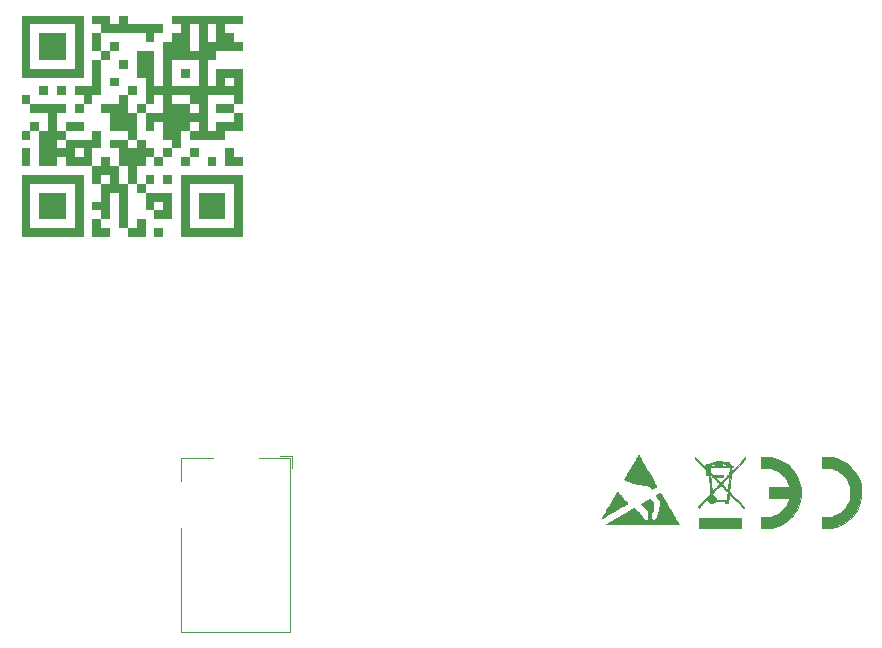
<source format=gbr>
G04 #@! TF.GenerationSoftware,KiCad,Pcbnew,(5.1.9-0-10_14)*
G04 #@! TF.CreationDate,2021-03-16T19:17:09+01:00*
G04 #@! TF.ProjectId,cflipclock_rev_a,63666c69-7063-46c6-9f63-6b5f7265765f,rev?*
G04 #@! TF.SameCoordinates,Original*
G04 #@! TF.FileFunction,Legend,Bot*
G04 #@! TF.FilePolarity,Positive*
%FSLAX46Y46*%
G04 Gerber Fmt 4.6, Leading zero omitted, Abs format (unit mm)*
G04 Created by KiCad (PCBNEW (5.1.9-0-10_14)) date 2021-03-16 19:17:09*
%MOMM*%
%LPD*%
G01*
G04 APERTURE LIST*
%ADD10C,0.010000*%
%ADD11C,0.100000*%
%ADD12C,0.120000*%
G04 APERTURE END LIST*
D10*
G36*
X171252178Y-119017822D02*
G01*
X174772971Y-119017822D01*
X174772971Y-118150198D01*
X171252178Y-118150198D01*
X171252178Y-119017822D01*
G37*
X171252178Y-119017822D02*
X174772971Y-119017822D01*
X174772971Y-118150198D01*
X171252178Y-118150198D01*
X171252178Y-119017822D01*
G36*
X170875570Y-113064848D02*
G01*
X170876189Y-113151931D01*
X171327914Y-113610891D01*
X171779639Y-114069852D01*
X171779968Y-114280471D01*
X171780297Y-114491089D01*
X172055390Y-114491089D01*
X172062478Y-114544530D01*
X172065162Y-114568888D01*
X172069687Y-114614759D01*
X172075809Y-114679405D01*
X172083288Y-114760091D01*
X172091881Y-114854081D01*
X172101346Y-114958637D01*
X172111442Y-115071025D01*
X172121926Y-115188507D01*
X172132556Y-115308348D01*
X172143091Y-115427811D01*
X172153287Y-115544159D01*
X172162905Y-115654657D01*
X172171700Y-115756569D01*
X172179432Y-115847158D01*
X172185858Y-115923687D01*
X172190737Y-115983421D01*
X172193825Y-116023624D01*
X172194883Y-116041559D01*
X172194882Y-116041644D01*
X172187173Y-116056035D01*
X172164019Y-116085748D01*
X172125105Y-116131131D01*
X172070116Y-116192529D01*
X171998736Y-116270288D01*
X171910651Y-116364754D01*
X171805546Y-116476272D01*
X171683105Y-116605188D01*
X171648690Y-116641287D01*
X171102863Y-117213416D01*
X171191119Y-117301436D01*
X171262515Y-117223758D01*
X171288634Y-117195686D01*
X171329434Y-117152274D01*
X171382223Y-117096366D01*
X171444309Y-117030808D01*
X171513000Y-116958441D01*
X171585604Y-116882112D01*
X171629040Y-116836524D01*
X171710584Y-116751119D01*
X171776496Y-116682710D01*
X171828456Y-116630053D01*
X171868145Y-116591905D01*
X171897243Y-116567020D01*
X171917431Y-116554156D01*
X171930390Y-116552068D01*
X171937800Y-116559513D01*
X171941342Y-116575246D01*
X171942697Y-116598023D01*
X171942879Y-116604239D01*
X171952297Y-116647061D01*
X171975503Y-116698819D01*
X172007864Y-116751328D01*
X172044748Y-116796403D01*
X172059507Y-116810328D01*
X172135233Y-116859047D01*
X172223692Y-116886306D01*
X172301900Y-116892773D01*
X172390532Y-116880576D01*
X172472388Y-116844813D01*
X172544836Y-116786722D01*
X172558203Y-116772262D01*
X172607082Y-116716733D01*
X173452674Y-116716733D01*
X173452674Y-116892773D01*
X173679010Y-116892773D01*
X173679010Y-116810531D01*
X173681850Y-116754386D01*
X173691393Y-116715416D01*
X173702991Y-116694219D01*
X173711277Y-116679052D01*
X173718373Y-116657062D01*
X173724748Y-116624987D01*
X173730872Y-116579569D01*
X173737216Y-116517548D01*
X173744250Y-116435662D01*
X173749066Y-116374746D01*
X173771161Y-116089343D01*
X174313565Y-116638805D01*
X174411637Y-116738228D01*
X174505784Y-116833815D01*
X174594285Y-116923810D01*
X174675420Y-117006457D01*
X174747469Y-117080001D01*
X174808712Y-117142684D01*
X174857427Y-117192752D01*
X174891896Y-117228448D01*
X174910379Y-117247995D01*
X174940743Y-117278944D01*
X174966071Y-117300530D01*
X174979695Y-117307723D01*
X174997095Y-117299297D01*
X175022460Y-117278245D01*
X175031058Y-117269671D01*
X175067514Y-117231620D01*
X174866802Y-117027658D01*
X174815596Y-116975699D01*
X174749569Y-116908820D01*
X174671618Y-116829950D01*
X174584638Y-116742014D01*
X174491526Y-116647941D01*
X174395179Y-116550658D01*
X174298492Y-116453093D01*
X174229134Y-116383145D01*
X174123703Y-116276550D01*
X174035129Y-116186307D01*
X173962281Y-116111192D01*
X173904023Y-116049986D01*
X173859225Y-116001466D01*
X173837021Y-115976129D01*
X173658724Y-115976129D01*
X173636401Y-116261555D01*
X173629669Y-116345219D01*
X173623157Y-116421727D01*
X173617234Y-116487081D01*
X173612268Y-116537281D01*
X173608629Y-116568329D01*
X173607458Y-116575273D01*
X173600838Y-116603565D01*
X172651364Y-116603565D01*
X172645026Y-116524606D01*
X172625890Y-116431315D01*
X172585846Y-116348791D01*
X172527418Y-116280038D01*
X172453129Y-116228063D01*
X172369748Y-116196863D01*
X172342698Y-116182228D01*
X172329156Y-116150819D01*
X172328872Y-116149434D01*
X172327247Y-116136174D01*
X172329256Y-116122595D01*
X172336858Y-116106181D01*
X172352016Y-116084411D01*
X172376688Y-116054767D01*
X172412836Y-116014732D01*
X172462420Y-115961785D01*
X172527401Y-115893409D01*
X172531599Y-115889005D01*
X172601493Y-115815611D01*
X172675800Y-115737437D01*
X172749414Y-115659864D01*
X172817229Y-115588275D01*
X172874140Y-115528051D01*
X172886832Y-115514587D01*
X172935487Y-115463820D01*
X172978709Y-115420375D01*
X173013395Y-115387241D01*
X173036444Y-115367405D01*
X173044182Y-115363046D01*
X173055722Y-115372170D01*
X173082710Y-115397200D01*
X173123021Y-115436052D01*
X173174529Y-115486643D01*
X173235109Y-115546888D01*
X173302636Y-115614704D01*
X173357826Y-115670565D01*
X173658724Y-115976129D01*
X173837021Y-115976129D01*
X173826751Y-115964411D01*
X173805471Y-115937599D01*
X173794251Y-115919808D01*
X173791754Y-115911570D01*
X173792700Y-115893590D01*
X173795573Y-115852892D01*
X173800187Y-115791819D01*
X173806358Y-115712713D01*
X173813898Y-115617914D01*
X173822621Y-115509767D01*
X173832343Y-115390612D01*
X173842876Y-115262791D01*
X173851365Y-115160635D01*
X173899396Y-114584674D01*
X173775805Y-114584674D01*
X173775273Y-114597104D01*
X173772769Y-114632110D01*
X173768496Y-114687215D01*
X173762653Y-114759943D01*
X173755443Y-114847814D01*
X173747066Y-114948351D01*
X173737723Y-115059077D01*
X173728758Y-115164205D01*
X173718602Y-115283483D01*
X173709142Y-115396080D01*
X173700596Y-115499305D01*
X173693179Y-115590473D01*
X173687108Y-115666895D01*
X173682601Y-115725883D01*
X173679873Y-115764749D01*
X173679116Y-115779844D01*
X173677935Y-115789238D01*
X173673256Y-115792966D01*
X173663276Y-115789471D01*
X173646190Y-115777199D01*
X173620196Y-115754594D01*
X173583490Y-115720100D01*
X173534267Y-115672162D01*
X173470726Y-115609224D01*
X173403305Y-115541968D01*
X173127601Y-115266477D01*
X173129533Y-115264406D01*
X172947290Y-115264406D01*
X172938984Y-115275780D01*
X172915733Y-115302563D01*
X172879865Y-115342292D01*
X172833713Y-115392507D01*
X172779606Y-115450746D01*
X172719874Y-115514547D01*
X172656848Y-115581449D01*
X172592858Y-115648990D01*
X172530236Y-115714710D01*
X172471310Y-115776146D01*
X172418412Y-115830837D01*
X172373872Y-115876322D01*
X172340020Y-115910138D01*
X172319188Y-115929826D01*
X172313506Y-115933837D01*
X172311634Y-115920891D01*
X172307746Y-115885134D01*
X172302057Y-115828804D01*
X172294781Y-115754140D01*
X172286131Y-115663380D01*
X172276322Y-115558762D01*
X172265566Y-115442526D01*
X172254079Y-115316908D01*
X172244907Y-115215618D01*
X172233174Y-115084279D01*
X172222335Y-114960552D01*
X172212570Y-114846681D01*
X172204063Y-114744911D01*
X172196995Y-114657487D01*
X172191549Y-114586653D01*
X172187908Y-114534653D01*
X172186253Y-114503732D01*
X172186442Y-114495703D01*
X172196334Y-114502854D01*
X172221524Y-114525841D01*
X172259810Y-114562439D01*
X172308989Y-114610422D01*
X172366861Y-114667566D01*
X172431222Y-114731647D01*
X172499871Y-114800438D01*
X172570605Y-114871716D01*
X172641222Y-114943255D01*
X172709520Y-115012830D01*
X172773296Y-115078217D01*
X172830350Y-115137191D01*
X172878478Y-115187527D01*
X172915478Y-115226999D01*
X172939148Y-115253383D01*
X172947290Y-115264406D01*
X173129533Y-115264406D01*
X173230409Y-115156295D01*
X173282768Y-115100377D01*
X173341535Y-115037948D01*
X173404385Y-114971443D01*
X173468995Y-114903298D01*
X173533042Y-114835948D01*
X173594203Y-114771828D01*
X173650153Y-114713372D01*
X173698570Y-114663018D01*
X173737130Y-114623198D01*
X173763509Y-114596350D01*
X173775384Y-114584908D01*
X173775805Y-114584674D01*
X173899396Y-114584674D01*
X173911401Y-114440726D01*
X174511938Y-113809158D01*
X175112475Y-113177589D01*
X175112034Y-113089315D01*
X175111592Y-113001040D01*
X175014583Y-113104666D01*
X174960291Y-113162463D01*
X174896192Y-113230368D01*
X174824016Y-113306572D01*
X174745492Y-113389269D01*
X174662349Y-113476653D01*
X174576319Y-113566915D01*
X174489130Y-113658250D01*
X174402513Y-113748849D01*
X174318197Y-113836907D01*
X174237912Y-113920615D01*
X174163387Y-113998167D01*
X174096354Y-114067757D01*
X174038541Y-114127576D01*
X173991679Y-114175818D01*
X173957496Y-114210676D01*
X173937724Y-114230343D01*
X173933390Y-114234116D01*
X173933092Y-114220992D01*
X173934731Y-114187389D01*
X173938023Y-114137880D01*
X173942682Y-114077037D01*
X173944682Y-114052732D01*
X173959577Y-113874951D01*
X173842955Y-113874951D01*
X173836934Y-113903243D01*
X173833863Y-113925618D01*
X173829548Y-113967717D01*
X173824488Y-114024178D01*
X173819181Y-114089635D01*
X173817344Y-114113862D01*
X173811927Y-114183421D01*
X173806459Y-114248018D01*
X173801488Y-114301548D01*
X173797561Y-114337910D01*
X173796675Y-114344509D01*
X173793334Y-114358056D01*
X173786101Y-114373914D01*
X173773440Y-114393861D01*
X173753811Y-114419673D01*
X173725678Y-114453129D01*
X173687502Y-114496007D01*
X173637746Y-114550083D01*
X173574871Y-114617136D01*
X173497341Y-114698943D01*
X173418251Y-114781950D01*
X173339564Y-114864094D01*
X173266112Y-114940169D01*
X173199724Y-115008325D01*
X173142227Y-115066712D01*
X173095451Y-115113481D01*
X173061224Y-115146782D01*
X173041373Y-115164767D01*
X173037140Y-115167442D01*
X173026003Y-115157741D01*
X172999971Y-115132441D01*
X172961570Y-115094082D01*
X172913328Y-115045200D01*
X172857770Y-114988334D01*
X172817592Y-114946906D01*
X172607831Y-114730000D01*
X173226337Y-114730000D01*
X173226337Y-114491089D01*
X172471881Y-114491089D01*
X172471881Y-114597542D01*
X172333565Y-114459654D01*
X172235447Y-114361840D01*
X172044357Y-114361840D01*
X172042529Y-114377270D01*
X172033277Y-114385867D01*
X172010950Y-114389613D01*
X171969895Y-114390489D01*
X171962624Y-114390495D01*
X171880891Y-114390495D01*
X171880891Y-114171172D01*
X171962624Y-114252179D01*
X172008730Y-114301428D01*
X172036306Y-114339159D01*
X172044357Y-114361840D01*
X172235447Y-114361840D01*
X172195248Y-114321766D01*
X172195248Y-114198952D01*
X172194863Y-114142450D01*
X172193100Y-114106505D01*
X172189050Y-114086530D01*
X172181801Y-114077937D01*
X172170870Y-114076139D01*
X172158712Y-114073498D01*
X172149727Y-114062912D01*
X172142826Y-114040381D01*
X172136924Y-114001909D01*
X172130935Y-113943498D01*
X172129013Y-113922104D01*
X172124852Y-113874951D01*
X173842955Y-113874951D01*
X173959577Y-113874951D01*
X174119109Y-113874951D01*
X174119109Y-113761782D01*
X174051314Y-113761782D01*
X174011662Y-113760696D01*
X173990116Y-113755454D01*
X173987480Y-113752334D01*
X173848616Y-113752334D01*
X173841308Y-113759462D01*
X173815993Y-113761662D01*
X173798908Y-113761782D01*
X173741881Y-113761782D01*
X173529221Y-113761782D01*
X172114698Y-113761782D01*
X172162542Y-113712786D01*
X172236850Y-113652324D01*
X172328816Y-113605691D01*
X172439998Y-113572249D01*
X172550471Y-113553753D01*
X172622773Y-113545122D01*
X172622773Y-113636040D01*
X173201188Y-113636040D01*
X173201188Y-113532893D01*
X173286065Y-113541496D01*
X173345368Y-113548756D01*
X173408551Y-113558379D01*
X173446386Y-113565252D01*
X173521832Y-113580407D01*
X173525526Y-113671095D01*
X173529221Y-113761782D01*
X173741881Y-113761782D01*
X173741881Y-113711485D01*
X173743544Y-113679976D01*
X173747697Y-113662463D01*
X173749371Y-113661188D01*
X173767987Y-113669254D01*
X173795183Y-113688820D01*
X173822448Y-113712944D01*
X173841267Y-113734682D01*
X173842943Y-113737508D01*
X173848616Y-113752334D01*
X173987480Y-113752334D01*
X173979662Y-113743081D01*
X173975442Y-113729604D01*
X173958219Y-113694627D01*
X173925138Y-113652579D01*
X173881893Y-113609356D01*
X173834174Y-113570854D01*
X173802830Y-113550801D01*
X173767123Y-113528851D01*
X173748819Y-113510411D01*
X173742388Y-113488668D01*
X173741894Y-113475718D01*
X173741894Y-113472575D01*
X173100594Y-113472575D01*
X173100594Y-113535446D01*
X172723367Y-113535446D01*
X172723367Y-113472575D01*
X173100594Y-113472575D01*
X173741894Y-113472575D01*
X173741881Y-113434852D01*
X173636048Y-113434852D01*
X173587355Y-113436029D01*
X173549405Y-113439165D01*
X173528308Y-113443671D01*
X173526023Y-113445495D01*
X173512641Y-113448295D01*
X173480074Y-113447148D01*
X173433916Y-113442393D01*
X173402376Y-113438003D01*
X173345188Y-113429378D01*
X173292886Y-113421591D01*
X173253582Y-113415847D01*
X173242055Y-113414215D01*
X173211937Y-113404888D01*
X173201188Y-113390272D01*
X173197920Y-113384320D01*
X173186230Y-113379778D01*
X173163288Y-113376470D01*
X173126265Y-113374215D01*
X173072332Y-113372834D01*
X172998660Y-113372150D01*
X172911980Y-113371980D01*
X172819471Y-113372077D01*
X172749094Y-113372530D01*
X172697836Y-113373590D01*
X172662680Y-113375503D01*
X172640611Y-113378519D01*
X172628615Y-113382885D01*
X172623676Y-113388849D01*
X172622773Y-113395784D01*
X172615079Y-113417795D01*
X172589879Y-113430321D01*
X172543991Y-113434788D01*
X172535736Y-113434852D01*
X172458027Y-113442868D01*
X172369767Y-113464936D01*
X172278915Y-113498084D01*
X172193430Y-113539339D01*
X172121274Y-113585731D01*
X172111928Y-113593082D01*
X172081467Y-113616998D01*
X172063428Y-113626576D01*
X172050831Y-113623480D01*
X172037900Y-113610704D01*
X171999707Y-113585678D01*
X171950002Y-113576071D01*
X171896476Y-113581067D01*
X171846822Y-113599851D01*
X171808733Y-113631606D01*
X171805975Y-113635297D01*
X171777474Y-113694575D01*
X171772172Y-113755934D01*
X171789482Y-113814427D01*
X171828820Y-113865104D01*
X171833630Y-113869289D01*
X171861560Y-113889167D01*
X171889898Y-113897921D01*
X171929737Y-113898553D01*
X171939689Y-113897992D01*
X171978668Y-113896562D01*
X171998746Y-113899839D01*
X172006015Y-113909728D01*
X172006760Y-113918961D01*
X172008284Y-113945744D01*
X172012065Y-113986025D01*
X172014782Y-114010124D01*
X172018723Y-114048401D01*
X172017084Y-114067996D01*
X172007579Y-114075158D01*
X171990649Y-114076139D01*
X171980608Y-114072901D01*
X171964410Y-114062420D01*
X171940855Y-114043548D01*
X171908743Y-114015135D01*
X171866872Y-113976035D01*
X171814043Y-113925097D01*
X171749055Y-113861173D01*
X171670709Y-113783114D01*
X171577803Y-113689772D01*
X171469137Y-113579998D01*
X171416769Y-113526952D01*
X170874951Y-112977767D01*
X170875570Y-113064848D01*
G37*
X170875570Y-113064848D02*
X170876189Y-113151931D01*
X171327914Y-113610891D01*
X171779639Y-114069852D01*
X171779968Y-114280471D01*
X171780297Y-114491089D01*
X172055390Y-114491089D01*
X172062478Y-114544530D01*
X172065162Y-114568888D01*
X172069687Y-114614759D01*
X172075809Y-114679405D01*
X172083288Y-114760091D01*
X172091881Y-114854081D01*
X172101346Y-114958637D01*
X172111442Y-115071025D01*
X172121926Y-115188507D01*
X172132556Y-115308348D01*
X172143091Y-115427811D01*
X172153287Y-115544159D01*
X172162905Y-115654657D01*
X172171700Y-115756569D01*
X172179432Y-115847158D01*
X172185858Y-115923687D01*
X172190737Y-115983421D01*
X172193825Y-116023624D01*
X172194883Y-116041559D01*
X172194882Y-116041644D01*
X172187173Y-116056035D01*
X172164019Y-116085748D01*
X172125105Y-116131131D01*
X172070116Y-116192529D01*
X171998736Y-116270288D01*
X171910651Y-116364754D01*
X171805546Y-116476272D01*
X171683105Y-116605188D01*
X171648690Y-116641287D01*
X171102863Y-117213416D01*
X171191119Y-117301436D01*
X171262515Y-117223758D01*
X171288634Y-117195686D01*
X171329434Y-117152274D01*
X171382223Y-117096366D01*
X171444309Y-117030808D01*
X171513000Y-116958441D01*
X171585604Y-116882112D01*
X171629040Y-116836524D01*
X171710584Y-116751119D01*
X171776496Y-116682710D01*
X171828456Y-116630053D01*
X171868145Y-116591905D01*
X171897243Y-116567020D01*
X171917431Y-116554156D01*
X171930390Y-116552068D01*
X171937800Y-116559513D01*
X171941342Y-116575246D01*
X171942697Y-116598023D01*
X171942879Y-116604239D01*
X171952297Y-116647061D01*
X171975503Y-116698819D01*
X172007864Y-116751328D01*
X172044748Y-116796403D01*
X172059507Y-116810328D01*
X172135233Y-116859047D01*
X172223692Y-116886306D01*
X172301900Y-116892773D01*
X172390532Y-116880576D01*
X172472388Y-116844813D01*
X172544836Y-116786722D01*
X172558203Y-116772262D01*
X172607082Y-116716733D01*
X173452674Y-116716733D01*
X173452674Y-116892773D01*
X173679010Y-116892773D01*
X173679010Y-116810531D01*
X173681850Y-116754386D01*
X173691393Y-116715416D01*
X173702991Y-116694219D01*
X173711277Y-116679052D01*
X173718373Y-116657062D01*
X173724748Y-116624987D01*
X173730872Y-116579569D01*
X173737216Y-116517548D01*
X173744250Y-116435662D01*
X173749066Y-116374746D01*
X173771161Y-116089343D01*
X174313565Y-116638805D01*
X174411637Y-116738228D01*
X174505784Y-116833815D01*
X174594285Y-116923810D01*
X174675420Y-117006457D01*
X174747469Y-117080001D01*
X174808712Y-117142684D01*
X174857427Y-117192752D01*
X174891896Y-117228448D01*
X174910379Y-117247995D01*
X174940743Y-117278944D01*
X174966071Y-117300530D01*
X174979695Y-117307723D01*
X174997095Y-117299297D01*
X175022460Y-117278245D01*
X175031058Y-117269671D01*
X175067514Y-117231620D01*
X174866802Y-117027658D01*
X174815596Y-116975699D01*
X174749569Y-116908820D01*
X174671618Y-116829950D01*
X174584638Y-116742014D01*
X174491526Y-116647941D01*
X174395179Y-116550658D01*
X174298492Y-116453093D01*
X174229134Y-116383145D01*
X174123703Y-116276550D01*
X174035129Y-116186307D01*
X173962281Y-116111192D01*
X173904023Y-116049986D01*
X173859225Y-116001466D01*
X173837021Y-115976129D01*
X173658724Y-115976129D01*
X173636401Y-116261555D01*
X173629669Y-116345219D01*
X173623157Y-116421727D01*
X173617234Y-116487081D01*
X173612268Y-116537281D01*
X173608629Y-116568329D01*
X173607458Y-116575273D01*
X173600838Y-116603565D01*
X172651364Y-116603565D01*
X172645026Y-116524606D01*
X172625890Y-116431315D01*
X172585846Y-116348791D01*
X172527418Y-116280038D01*
X172453129Y-116228063D01*
X172369748Y-116196863D01*
X172342698Y-116182228D01*
X172329156Y-116150819D01*
X172328872Y-116149434D01*
X172327247Y-116136174D01*
X172329256Y-116122595D01*
X172336858Y-116106181D01*
X172352016Y-116084411D01*
X172376688Y-116054767D01*
X172412836Y-116014732D01*
X172462420Y-115961785D01*
X172527401Y-115893409D01*
X172531599Y-115889005D01*
X172601493Y-115815611D01*
X172675800Y-115737437D01*
X172749414Y-115659864D01*
X172817229Y-115588275D01*
X172874140Y-115528051D01*
X172886832Y-115514587D01*
X172935487Y-115463820D01*
X172978709Y-115420375D01*
X173013395Y-115387241D01*
X173036444Y-115367405D01*
X173044182Y-115363046D01*
X173055722Y-115372170D01*
X173082710Y-115397200D01*
X173123021Y-115436052D01*
X173174529Y-115486643D01*
X173235109Y-115546888D01*
X173302636Y-115614704D01*
X173357826Y-115670565D01*
X173658724Y-115976129D01*
X173837021Y-115976129D01*
X173826751Y-115964411D01*
X173805471Y-115937599D01*
X173794251Y-115919808D01*
X173791754Y-115911570D01*
X173792700Y-115893590D01*
X173795573Y-115852892D01*
X173800187Y-115791819D01*
X173806358Y-115712713D01*
X173813898Y-115617914D01*
X173822621Y-115509767D01*
X173832343Y-115390612D01*
X173842876Y-115262791D01*
X173851365Y-115160635D01*
X173899396Y-114584674D01*
X173775805Y-114584674D01*
X173775273Y-114597104D01*
X173772769Y-114632110D01*
X173768496Y-114687215D01*
X173762653Y-114759943D01*
X173755443Y-114847814D01*
X173747066Y-114948351D01*
X173737723Y-115059077D01*
X173728758Y-115164205D01*
X173718602Y-115283483D01*
X173709142Y-115396080D01*
X173700596Y-115499305D01*
X173693179Y-115590473D01*
X173687108Y-115666895D01*
X173682601Y-115725883D01*
X173679873Y-115764749D01*
X173679116Y-115779844D01*
X173677935Y-115789238D01*
X173673256Y-115792966D01*
X173663276Y-115789471D01*
X173646190Y-115777199D01*
X173620196Y-115754594D01*
X173583490Y-115720100D01*
X173534267Y-115672162D01*
X173470726Y-115609224D01*
X173403305Y-115541968D01*
X173127601Y-115266477D01*
X173129533Y-115264406D01*
X172947290Y-115264406D01*
X172938984Y-115275780D01*
X172915733Y-115302563D01*
X172879865Y-115342292D01*
X172833713Y-115392507D01*
X172779606Y-115450746D01*
X172719874Y-115514547D01*
X172656848Y-115581449D01*
X172592858Y-115648990D01*
X172530236Y-115714710D01*
X172471310Y-115776146D01*
X172418412Y-115830837D01*
X172373872Y-115876322D01*
X172340020Y-115910138D01*
X172319188Y-115929826D01*
X172313506Y-115933837D01*
X172311634Y-115920891D01*
X172307746Y-115885134D01*
X172302057Y-115828804D01*
X172294781Y-115754140D01*
X172286131Y-115663380D01*
X172276322Y-115558762D01*
X172265566Y-115442526D01*
X172254079Y-115316908D01*
X172244907Y-115215618D01*
X172233174Y-115084279D01*
X172222335Y-114960552D01*
X172212570Y-114846681D01*
X172204063Y-114744911D01*
X172196995Y-114657487D01*
X172191549Y-114586653D01*
X172187908Y-114534653D01*
X172186253Y-114503732D01*
X172186442Y-114495703D01*
X172196334Y-114502854D01*
X172221524Y-114525841D01*
X172259810Y-114562439D01*
X172308989Y-114610422D01*
X172366861Y-114667566D01*
X172431222Y-114731647D01*
X172499871Y-114800438D01*
X172570605Y-114871716D01*
X172641222Y-114943255D01*
X172709520Y-115012830D01*
X172773296Y-115078217D01*
X172830350Y-115137191D01*
X172878478Y-115187527D01*
X172915478Y-115226999D01*
X172939148Y-115253383D01*
X172947290Y-115264406D01*
X173129533Y-115264406D01*
X173230409Y-115156295D01*
X173282768Y-115100377D01*
X173341535Y-115037948D01*
X173404385Y-114971443D01*
X173468995Y-114903298D01*
X173533042Y-114835948D01*
X173594203Y-114771828D01*
X173650153Y-114713372D01*
X173698570Y-114663018D01*
X173737130Y-114623198D01*
X173763509Y-114596350D01*
X173775384Y-114584908D01*
X173775805Y-114584674D01*
X173899396Y-114584674D01*
X173911401Y-114440726D01*
X174511938Y-113809158D01*
X175112475Y-113177589D01*
X175112034Y-113089315D01*
X175111592Y-113001040D01*
X175014583Y-113104666D01*
X174960291Y-113162463D01*
X174896192Y-113230368D01*
X174824016Y-113306572D01*
X174745492Y-113389269D01*
X174662349Y-113476653D01*
X174576319Y-113566915D01*
X174489130Y-113658250D01*
X174402513Y-113748849D01*
X174318197Y-113836907D01*
X174237912Y-113920615D01*
X174163387Y-113998167D01*
X174096354Y-114067757D01*
X174038541Y-114127576D01*
X173991679Y-114175818D01*
X173957496Y-114210676D01*
X173937724Y-114230343D01*
X173933390Y-114234116D01*
X173933092Y-114220992D01*
X173934731Y-114187389D01*
X173938023Y-114137880D01*
X173942682Y-114077037D01*
X173944682Y-114052732D01*
X173959577Y-113874951D01*
X173842955Y-113874951D01*
X173836934Y-113903243D01*
X173833863Y-113925618D01*
X173829548Y-113967717D01*
X173824488Y-114024178D01*
X173819181Y-114089635D01*
X173817344Y-114113862D01*
X173811927Y-114183421D01*
X173806459Y-114248018D01*
X173801488Y-114301548D01*
X173797561Y-114337910D01*
X173796675Y-114344509D01*
X173793334Y-114358056D01*
X173786101Y-114373914D01*
X173773440Y-114393861D01*
X173753811Y-114419673D01*
X173725678Y-114453129D01*
X173687502Y-114496007D01*
X173637746Y-114550083D01*
X173574871Y-114617136D01*
X173497341Y-114698943D01*
X173418251Y-114781950D01*
X173339564Y-114864094D01*
X173266112Y-114940169D01*
X173199724Y-115008325D01*
X173142227Y-115066712D01*
X173095451Y-115113481D01*
X173061224Y-115146782D01*
X173041373Y-115164767D01*
X173037140Y-115167442D01*
X173026003Y-115157741D01*
X172999971Y-115132441D01*
X172961570Y-115094082D01*
X172913328Y-115045200D01*
X172857770Y-114988334D01*
X172817592Y-114946906D01*
X172607831Y-114730000D01*
X173226337Y-114730000D01*
X173226337Y-114491089D01*
X172471881Y-114491089D01*
X172471881Y-114597542D01*
X172333565Y-114459654D01*
X172235447Y-114361840D01*
X172044357Y-114361840D01*
X172042529Y-114377270D01*
X172033277Y-114385867D01*
X172010950Y-114389613D01*
X171969895Y-114390489D01*
X171962624Y-114390495D01*
X171880891Y-114390495D01*
X171880891Y-114171172D01*
X171962624Y-114252179D01*
X172008730Y-114301428D01*
X172036306Y-114339159D01*
X172044357Y-114361840D01*
X172235447Y-114361840D01*
X172195248Y-114321766D01*
X172195248Y-114198952D01*
X172194863Y-114142450D01*
X172193100Y-114106505D01*
X172189050Y-114086530D01*
X172181801Y-114077937D01*
X172170870Y-114076139D01*
X172158712Y-114073498D01*
X172149727Y-114062912D01*
X172142826Y-114040381D01*
X172136924Y-114001909D01*
X172130935Y-113943498D01*
X172129013Y-113922104D01*
X172124852Y-113874951D01*
X173842955Y-113874951D01*
X173959577Y-113874951D01*
X174119109Y-113874951D01*
X174119109Y-113761782D01*
X174051314Y-113761782D01*
X174011662Y-113760696D01*
X173990116Y-113755454D01*
X173987480Y-113752334D01*
X173848616Y-113752334D01*
X173841308Y-113759462D01*
X173815993Y-113761662D01*
X173798908Y-113761782D01*
X173741881Y-113761782D01*
X173529221Y-113761782D01*
X172114698Y-113761782D01*
X172162542Y-113712786D01*
X172236850Y-113652324D01*
X172328816Y-113605691D01*
X172439998Y-113572249D01*
X172550471Y-113553753D01*
X172622773Y-113545122D01*
X172622773Y-113636040D01*
X173201188Y-113636040D01*
X173201188Y-113532893D01*
X173286065Y-113541496D01*
X173345368Y-113548756D01*
X173408551Y-113558379D01*
X173446386Y-113565252D01*
X173521832Y-113580407D01*
X173525526Y-113671095D01*
X173529221Y-113761782D01*
X173741881Y-113761782D01*
X173741881Y-113711485D01*
X173743544Y-113679976D01*
X173747697Y-113662463D01*
X173749371Y-113661188D01*
X173767987Y-113669254D01*
X173795183Y-113688820D01*
X173822448Y-113712944D01*
X173841267Y-113734682D01*
X173842943Y-113737508D01*
X173848616Y-113752334D01*
X173987480Y-113752334D01*
X173979662Y-113743081D01*
X173975442Y-113729604D01*
X173958219Y-113694627D01*
X173925138Y-113652579D01*
X173881893Y-113609356D01*
X173834174Y-113570854D01*
X173802830Y-113550801D01*
X173767123Y-113528851D01*
X173748819Y-113510411D01*
X173742388Y-113488668D01*
X173741894Y-113475718D01*
X173741894Y-113472575D01*
X173100594Y-113472575D01*
X173100594Y-113535446D01*
X172723367Y-113535446D01*
X172723367Y-113472575D01*
X173100594Y-113472575D01*
X173741894Y-113472575D01*
X173741881Y-113434852D01*
X173636048Y-113434852D01*
X173587355Y-113436029D01*
X173549405Y-113439165D01*
X173528308Y-113443671D01*
X173526023Y-113445495D01*
X173512641Y-113448295D01*
X173480074Y-113447148D01*
X173433916Y-113442393D01*
X173402376Y-113438003D01*
X173345188Y-113429378D01*
X173292886Y-113421591D01*
X173253582Y-113415847D01*
X173242055Y-113414215D01*
X173211937Y-113404888D01*
X173201188Y-113390272D01*
X173197920Y-113384320D01*
X173186230Y-113379778D01*
X173163288Y-113376470D01*
X173126265Y-113374215D01*
X173072332Y-113372834D01*
X172998660Y-113372150D01*
X172911980Y-113371980D01*
X172819471Y-113372077D01*
X172749094Y-113372530D01*
X172697836Y-113373590D01*
X172662680Y-113375503D01*
X172640611Y-113378519D01*
X172628615Y-113382885D01*
X172623676Y-113388849D01*
X172622773Y-113395784D01*
X172615079Y-113417795D01*
X172589879Y-113430321D01*
X172543991Y-113434788D01*
X172535736Y-113434852D01*
X172458027Y-113442868D01*
X172369767Y-113464936D01*
X172278915Y-113498084D01*
X172193430Y-113539339D01*
X172121274Y-113585731D01*
X172111928Y-113593082D01*
X172081467Y-113616998D01*
X172063428Y-113626576D01*
X172050831Y-113623480D01*
X172037900Y-113610704D01*
X171999707Y-113585678D01*
X171950002Y-113576071D01*
X171896476Y-113581067D01*
X171846822Y-113599851D01*
X171808733Y-113631606D01*
X171805975Y-113635297D01*
X171777474Y-113694575D01*
X171772172Y-113755934D01*
X171789482Y-113814427D01*
X171828820Y-113865104D01*
X171833630Y-113869289D01*
X171861560Y-113889167D01*
X171889898Y-113897921D01*
X171929737Y-113898553D01*
X171939689Y-113897992D01*
X171978668Y-113896562D01*
X171998746Y-113899839D01*
X172006015Y-113909728D01*
X172006760Y-113918961D01*
X172008284Y-113945744D01*
X172012065Y-113986025D01*
X172014782Y-114010124D01*
X172018723Y-114048401D01*
X172017084Y-114067996D01*
X172007579Y-114075158D01*
X171990649Y-114076139D01*
X171980608Y-114072901D01*
X171964410Y-114062420D01*
X171940855Y-114043548D01*
X171908743Y-114015135D01*
X171866872Y-113976035D01*
X171814043Y-113925097D01*
X171749055Y-113861173D01*
X171670709Y-113783114D01*
X171577803Y-113689772D01*
X171469137Y-113579998D01*
X171416769Y-113526952D01*
X170874951Y-112977767D01*
X170875570Y-113064848D01*
G36*
X167927906Y-116041158D02*
G01*
X167895381Y-116053736D01*
X167845807Y-116078712D01*
X167774626Y-116117876D01*
X167769084Y-116120988D01*
X167703526Y-116158476D01*
X167648202Y-116191319D01*
X167608545Y-116216205D01*
X167589988Y-116229820D01*
X167589469Y-116230487D01*
X167593952Y-116249390D01*
X167614514Y-116291605D01*
X167649817Y-116354832D01*
X167698520Y-116436772D01*
X167759282Y-116535122D01*
X167830764Y-116647585D01*
X167848555Y-116675165D01*
X167894907Y-116751699D01*
X167928658Y-116817556D01*
X167946847Y-116866782D01*
X167948714Y-116876507D01*
X167947885Y-116919312D01*
X167938606Y-116987209D01*
X167922032Y-117075843D01*
X167899320Y-117180859D01*
X167871627Y-117297902D01*
X167840110Y-117422616D01*
X167805925Y-117550645D01*
X167770229Y-117677634D01*
X167734179Y-117799228D01*
X167698932Y-117911072D01*
X167665644Y-118008810D01*
X167635472Y-118088087D01*
X167614439Y-118135122D01*
X167589663Y-118185225D01*
X167566270Y-118233168D01*
X167565003Y-118235793D01*
X167526301Y-118284220D01*
X167469816Y-118316828D01*
X167404061Y-118332454D01*
X167337549Y-118329937D01*
X167278795Y-118308114D01*
X167245742Y-118279382D01*
X167198141Y-118200583D01*
X167163261Y-118102378D01*
X167144123Y-117994779D01*
X167141412Y-117933780D01*
X167152330Y-117819935D01*
X167184376Y-117725660D01*
X167239274Y-117646379D01*
X167256393Y-117628733D01*
X167307339Y-117579235D01*
X167310837Y-117229362D01*
X167314336Y-116879489D01*
X167225182Y-116744531D01*
X167183346Y-116683445D01*
X167143055Y-116628493D01*
X167110057Y-116587336D01*
X167095874Y-116572192D01*
X167055719Y-116534810D01*
X167001335Y-116564098D01*
X166966961Y-116585084D01*
X166948154Y-116601378D01*
X166946951Y-116604307D01*
X166934097Y-116616728D01*
X166912104Y-116625977D01*
X166890850Y-116634313D01*
X166858306Y-116650149D01*
X166811678Y-116675033D01*
X166748171Y-116710509D01*
X166664992Y-116758123D01*
X166559347Y-116819422D01*
X166501938Y-116852932D01*
X166434406Y-116893071D01*
X166390115Y-116921659D01*
X166365145Y-116942039D01*
X166355577Y-116957553D01*
X166357492Y-116971546D01*
X166359089Y-116974796D01*
X166374624Y-116995266D01*
X166407864Y-117033665D01*
X166454938Y-117085696D01*
X166511972Y-117147066D01*
X166561300Y-117199090D01*
X166674970Y-117322567D01*
X166763895Y-117429591D01*
X166828866Y-117521240D01*
X166870679Y-117598588D01*
X166884783Y-117637866D01*
X166890608Y-117672249D01*
X166896625Y-117730899D01*
X166902304Y-117807117D01*
X166907116Y-117894202D01*
X166909381Y-117949268D01*
X166912541Y-118044464D01*
X166913931Y-118114062D01*
X166913142Y-118163409D01*
X166909765Y-118197854D01*
X166903392Y-118222743D01*
X166893613Y-118243425D01*
X166885933Y-118256053D01*
X166841579Y-118304726D01*
X166784426Y-118338645D01*
X166724292Y-118353438D01*
X166679227Y-118348086D01*
X166638424Y-118324930D01*
X166587276Y-118283462D01*
X166532958Y-118230912D01*
X166482643Y-118174516D01*
X166443506Y-118121505D01*
X166429095Y-118095889D01*
X166407509Y-118060814D01*
X166368247Y-118007389D01*
X166314898Y-117939789D01*
X166251048Y-117862190D01*
X166180285Y-117778768D01*
X166106196Y-117693698D01*
X166032368Y-117611155D01*
X165962389Y-117535316D01*
X165899845Y-117470356D01*
X165850740Y-117422669D01*
X165796221Y-117375032D01*
X165750358Y-117339908D01*
X165718189Y-117320949D01*
X165707511Y-117318864D01*
X165691147Y-117327274D01*
X165650329Y-117349846D01*
X165587414Y-117385224D01*
X165504756Y-117432054D01*
X165404711Y-117488981D01*
X165289634Y-117554649D01*
X165161881Y-117627703D01*
X165023806Y-117706788D01*
X164877766Y-117790548D01*
X164726116Y-117877629D01*
X164571210Y-117966676D01*
X164415405Y-118056332D01*
X164261056Y-118145243D01*
X164110518Y-118232054D01*
X163966146Y-118315409D01*
X163830296Y-118393954D01*
X163705323Y-118466333D01*
X163593583Y-118531190D01*
X163497430Y-118587171D01*
X163419221Y-118632920D01*
X163361311Y-118667083D01*
X163326054Y-118688304D01*
X163315835Y-118694963D01*
X163329598Y-118696280D01*
X163372896Y-118697559D01*
X163444286Y-118698796D01*
X163542327Y-118699983D01*
X163665578Y-118701115D01*
X163812597Y-118702186D01*
X163981943Y-118703189D01*
X164172174Y-118704119D01*
X164381849Y-118704968D01*
X164609527Y-118705732D01*
X164853765Y-118706403D01*
X165113123Y-118706976D01*
X165386159Y-118707444D01*
X165671432Y-118707802D01*
X165967500Y-118708042D01*
X166272921Y-118708159D01*
X166401076Y-118708171D01*
X169501030Y-118708171D01*
X169279947Y-118324847D01*
X169233144Y-118243680D01*
X169172898Y-118139166D01*
X169101222Y-118014801D01*
X169020131Y-117874082D01*
X168931638Y-117720503D01*
X168837760Y-117557562D01*
X168740509Y-117388754D01*
X168641900Y-117217575D01*
X168543947Y-117047521D01*
X168519175Y-117004512D01*
X168428848Y-116847857D01*
X168342711Y-116698803D01*
X168262058Y-116559568D01*
X168188184Y-116432371D01*
X168122383Y-116319432D01*
X168065950Y-116222968D01*
X168020179Y-116145200D01*
X167986365Y-116088346D01*
X167965802Y-116054625D01*
X167960047Y-116046040D01*
X167947942Y-116039189D01*
X167927906Y-116041158D01*
G37*
X167927906Y-116041158D02*
X167895381Y-116053736D01*
X167845807Y-116078712D01*
X167774626Y-116117876D01*
X167769084Y-116120988D01*
X167703526Y-116158476D01*
X167648202Y-116191319D01*
X167608545Y-116216205D01*
X167589988Y-116229820D01*
X167589469Y-116230487D01*
X167593952Y-116249390D01*
X167614514Y-116291605D01*
X167649817Y-116354832D01*
X167698520Y-116436772D01*
X167759282Y-116535122D01*
X167830764Y-116647585D01*
X167848555Y-116675165D01*
X167894907Y-116751699D01*
X167928658Y-116817556D01*
X167946847Y-116866782D01*
X167948714Y-116876507D01*
X167947885Y-116919312D01*
X167938606Y-116987209D01*
X167922032Y-117075843D01*
X167899320Y-117180859D01*
X167871627Y-117297902D01*
X167840110Y-117422616D01*
X167805925Y-117550645D01*
X167770229Y-117677634D01*
X167734179Y-117799228D01*
X167698932Y-117911072D01*
X167665644Y-118008810D01*
X167635472Y-118088087D01*
X167614439Y-118135122D01*
X167589663Y-118185225D01*
X167566270Y-118233168D01*
X167565003Y-118235793D01*
X167526301Y-118284220D01*
X167469816Y-118316828D01*
X167404061Y-118332454D01*
X167337549Y-118329937D01*
X167278795Y-118308114D01*
X167245742Y-118279382D01*
X167198141Y-118200583D01*
X167163261Y-118102378D01*
X167144123Y-117994779D01*
X167141412Y-117933780D01*
X167152330Y-117819935D01*
X167184376Y-117725660D01*
X167239274Y-117646379D01*
X167256393Y-117628733D01*
X167307339Y-117579235D01*
X167310837Y-117229362D01*
X167314336Y-116879489D01*
X167225182Y-116744531D01*
X167183346Y-116683445D01*
X167143055Y-116628493D01*
X167110057Y-116587336D01*
X167095874Y-116572192D01*
X167055719Y-116534810D01*
X167001335Y-116564098D01*
X166966961Y-116585084D01*
X166948154Y-116601378D01*
X166946951Y-116604307D01*
X166934097Y-116616728D01*
X166912104Y-116625977D01*
X166890850Y-116634313D01*
X166858306Y-116650149D01*
X166811678Y-116675033D01*
X166748171Y-116710509D01*
X166664992Y-116758123D01*
X166559347Y-116819422D01*
X166501938Y-116852932D01*
X166434406Y-116893071D01*
X166390115Y-116921659D01*
X166365145Y-116942039D01*
X166355577Y-116957553D01*
X166357492Y-116971546D01*
X166359089Y-116974796D01*
X166374624Y-116995266D01*
X166407864Y-117033665D01*
X166454938Y-117085696D01*
X166511972Y-117147066D01*
X166561300Y-117199090D01*
X166674970Y-117322567D01*
X166763895Y-117429591D01*
X166828866Y-117521240D01*
X166870679Y-117598588D01*
X166884783Y-117637866D01*
X166890608Y-117672249D01*
X166896625Y-117730899D01*
X166902304Y-117807117D01*
X166907116Y-117894202D01*
X166909381Y-117949268D01*
X166912541Y-118044464D01*
X166913931Y-118114062D01*
X166913142Y-118163409D01*
X166909765Y-118197854D01*
X166903392Y-118222743D01*
X166893613Y-118243425D01*
X166885933Y-118256053D01*
X166841579Y-118304726D01*
X166784426Y-118338645D01*
X166724292Y-118353438D01*
X166679227Y-118348086D01*
X166638424Y-118324930D01*
X166587276Y-118283462D01*
X166532958Y-118230912D01*
X166482643Y-118174516D01*
X166443506Y-118121505D01*
X166429095Y-118095889D01*
X166407509Y-118060814D01*
X166368247Y-118007389D01*
X166314898Y-117939789D01*
X166251048Y-117862190D01*
X166180285Y-117778768D01*
X166106196Y-117693698D01*
X166032368Y-117611155D01*
X165962389Y-117535316D01*
X165899845Y-117470356D01*
X165850740Y-117422669D01*
X165796221Y-117375032D01*
X165750358Y-117339908D01*
X165718189Y-117320949D01*
X165707511Y-117318864D01*
X165691147Y-117327274D01*
X165650329Y-117349846D01*
X165587414Y-117385224D01*
X165504756Y-117432054D01*
X165404711Y-117488981D01*
X165289634Y-117554649D01*
X165161881Y-117627703D01*
X165023806Y-117706788D01*
X164877766Y-117790548D01*
X164726116Y-117877629D01*
X164571210Y-117966676D01*
X164415405Y-118056332D01*
X164261056Y-118145243D01*
X164110518Y-118232054D01*
X163966146Y-118315409D01*
X163830296Y-118393954D01*
X163705323Y-118466333D01*
X163593583Y-118531190D01*
X163497430Y-118587171D01*
X163419221Y-118632920D01*
X163361311Y-118667083D01*
X163326054Y-118688304D01*
X163315835Y-118694963D01*
X163329598Y-118696280D01*
X163372896Y-118697559D01*
X163444286Y-118698796D01*
X163542327Y-118699983D01*
X163665578Y-118701115D01*
X163812597Y-118702186D01*
X163981943Y-118703189D01*
X164172174Y-118704119D01*
X164381849Y-118704968D01*
X164609527Y-118705732D01*
X164853765Y-118706403D01*
X165113123Y-118706976D01*
X165386159Y-118707444D01*
X165671432Y-118707802D01*
X165967500Y-118708042D01*
X166272921Y-118708159D01*
X166401076Y-118708171D01*
X169501030Y-118708171D01*
X169279947Y-118324847D01*
X169233144Y-118243680D01*
X169172898Y-118139166D01*
X169101222Y-118014801D01*
X169020131Y-117874082D01*
X168931638Y-117720503D01*
X168837760Y-117557562D01*
X168740509Y-117388754D01*
X168641900Y-117217575D01*
X168543947Y-117047521D01*
X168519175Y-117004512D01*
X168428848Y-116847857D01*
X168342711Y-116698803D01*
X168262058Y-116559568D01*
X168188184Y-116432371D01*
X168122383Y-116319432D01*
X168065950Y-116222968D01*
X168020179Y-116145200D01*
X167986365Y-116088346D01*
X167965802Y-116054625D01*
X167960047Y-116046040D01*
X167947942Y-116039189D01*
X167927906Y-116041158D01*
G36*
X164262472Y-115984619D02*
G01*
X164251092Y-116003693D01*
X164225512Y-116047421D01*
X164186998Y-116113619D01*
X164136814Y-116200102D01*
X164076225Y-116304685D01*
X164006497Y-116425183D01*
X163928893Y-116559412D01*
X163844680Y-116705187D01*
X163755121Y-116860323D01*
X163663002Y-117020000D01*
X163568924Y-117183117D01*
X163478598Y-117339709D01*
X163393335Y-117487506D01*
X163314443Y-117624240D01*
X163243231Y-117747642D01*
X163181009Y-117855444D01*
X163129087Y-117945377D01*
X163088772Y-118015173D01*
X163061376Y-118062564D01*
X163048493Y-118084786D01*
X163027493Y-118122330D01*
X163016075Y-118145831D01*
X163015449Y-118149920D01*
X163029364Y-118142242D01*
X163068059Y-118120203D01*
X163129513Y-118084971D01*
X163211702Y-118037711D01*
X163312604Y-117979589D01*
X163430195Y-117911771D01*
X163562454Y-117835424D01*
X163707358Y-117751714D01*
X163862883Y-117661806D01*
X164027008Y-117566867D01*
X164089451Y-117530732D01*
X164256513Y-117434083D01*
X164415926Y-117341938D01*
X164565645Y-117255475D01*
X164703624Y-117175871D01*
X164827815Y-117104305D01*
X164936173Y-117041955D01*
X165026652Y-116989998D01*
X165097204Y-116949613D01*
X165145785Y-116921978D01*
X165170346Y-116908272D01*
X165172915Y-116906974D01*
X165165431Y-116895220D01*
X165139386Y-116863795D01*
X165097441Y-116815594D01*
X165042254Y-116753510D01*
X164976483Y-116680439D01*
X164902788Y-116599276D01*
X164823827Y-116512916D01*
X164742260Y-116424253D01*
X164660746Y-116336182D01*
X164581943Y-116251599D01*
X164508510Y-116173397D01*
X164443107Y-116104472D01*
X164388392Y-116047719D01*
X164347023Y-116006032D01*
X164332836Y-115992363D01*
X164285820Y-115948201D01*
X164262472Y-115984619D01*
G37*
X164262472Y-115984619D02*
X164251092Y-116003693D01*
X164225512Y-116047421D01*
X164186998Y-116113619D01*
X164136814Y-116200102D01*
X164076225Y-116304685D01*
X164006497Y-116425183D01*
X163928893Y-116559412D01*
X163844680Y-116705187D01*
X163755121Y-116860323D01*
X163663002Y-117020000D01*
X163568924Y-117183117D01*
X163478598Y-117339709D01*
X163393335Y-117487506D01*
X163314443Y-117624240D01*
X163243231Y-117747642D01*
X163181009Y-117855444D01*
X163129087Y-117945377D01*
X163088772Y-118015173D01*
X163061376Y-118062564D01*
X163048493Y-118084786D01*
X163027493Y-118122330D01*
X163016075Y-118145831D01*
X163015449Y-118149920D01*
X163029364Y-118142242D01*
X163068059Y-118120203D01*
X163129513Y-118084971D01*
X163211702Y-118037711D01*
X163312604Y-117979589D01*
X163430195Y-117911771D01*
X163562454Y-117835424D01*
X163707358Y-117751714D01*
X163862883Y-117661806D01*
X164027008Y-117566867D01*
X164089451Y-117530732D01*
X164256513Y-117434083D01*
X164415926Y-117341938D01*
X164565645Y-117255475D01*
X164703624Y-117175871D01*
X164827815Y-117104305D01*
X164936173Y-117041955D01*
X165026652Y-116989998D01*
X165097204Y-116949613D01*
X165145785Y-116921978D01*
X165170346Y-116908272D01*
X165172915Y-116906974D01*
X165165431Y-116895220D01*
X165139386Y-116863795D01*
X165097441Y-116815594D01*
X165042254Y-116753510D01*
X164976483Y-116680439D01*
X164902788Y-116599276D01*
X164823827Y-116512916D01*
X164742260Y-116424253D01*
X164660746Y-116336182D01*
X164581943Y-116251599D01*
X164508510Y-116173397D01*
X164443107Y-116104472D01*
X164388392Y-116047719D01*
X164347023Y-116006032D01*
X164332836Y-115992363D01*
X164285820Y-115948201D01*
X164262472Y-115984619D01*
G36*
X166085957Y-112835835D02*
G01*
X166062935Y-112873245D01*
X166027466Y-112932514D01*
X165981004Y-113011118D01*
X165925004Y-113106538D01*
X165860919Y-113216250D01*
X165790204Y-113337734D01*
X165714313Y-113468468D01*
X165634701Y-113605930D01*
X165552822Y-113747598D01*
X165470130Y-113890951D01*
X165388079Y-114033467D01*
X165308124Y-114172624D01*
X165231719Y-114305901D01*
X165160318Y-114430776D01*
X165095376Y-114544727D01*
X165038347Y-114645233D01*
X164990685Y-114729772D01*
X164953845Y-114795822D01*
X164929280Y-114840862D01*
X164918446Y-114862370D01*
X164918049Y-114863714D01*
X164931499Y-114881965D01*
X164968886Y-114909882D01*
X165025765Y-114944725D01*
X165097688Y-114983754D01*
X165172985Y-115020843D01*
X165275440Y-115065817D01*
X165383183Y-115106226D01*
X165499927Y-115142969D01*
X165629382Y-115176942D01*
X165775260Y-115209044D01*
X165941274Y-115240173D01*
X166131134Y-115271227D01*
X166327531Y-115300145D01*
X166498166Y-115325800D01*
X166641455Y-115351198D01*
X166760992Y-115377602D01*
X166860370Y-115406273D01*
X166943182Y-115438473D01*
X167013022Y-115475465D01*
X167073482Y-115518512D01*
X167128155Y-115568875D01*
X167145786Y-115587583D01*
X167184000Y-115631139D01*
X167212268Y-115666682D01*
X167225382Y-115687583D01*
X167225732Y-115689297D01*
X167230320Y-115699806D01*
X167246242Y-115699924D01*
X167276734Y-115688254D01*
X167325032Y-115663396D01*
X167394373Y-115623952D01*
X167442561Y-115595587D01*
X167514417Y-115551247D01*
X167570258Y-115513279D01*
X167606333Y-115484416D01*
X167618887Y-115467388D01*
X167618879Y-115467264D01*
X167611094Y-115451037D01*
X167589108Y-115410400D01*
X167554197Y-115347567D01*
X167507637Y-115264752D01*
X167450705Y-115164172D01*
X167384677Y-115048040D01*
X167310828Y-114918571D01*
X167230436Y-114777980D01*
X167144776Y-114628482D01*
X167055124Y-114472292D01*
X166962757Y-114311624D01*
X166868951Y-114148693D01*
X166774982Y-113985713D01*
X166682126Y-113824900D01*
X166591660Y-113668468D01*
X166504859Y-113518633D01*
X166423000Y-113377608D01*
X166347359Y-113247609D01*
X166279213Y-113130849D01*
X166219837Y-113029545D01*
X166170507Y-112945911D01*
X166132500Y-112882162D01*
X166107093Y-112840511D01*
X166095560Y-112823175D01*
X166095077Y-112822805D01*
X166085957Y-112835835D01*
G37*
X166085957Y-112835835D02*
X166062935Y-112873245D01*
X166027466Y-112932514D01*
X165981004Y-113011118D01*
X165925004Y-113106538D01*
X165860919Y-113216250D01*
X165790204Y-113337734D01*
X165714313Y-113468468D01*
X165634701Y-113605930D01*
X165552822Y-113747598D01*
X165470130Y-113890951D01*
X165388079Y-114033467D01*
X165308124Y-114172624D01*
X165231719Y-114305901D01*
X165160318Y-114430776D01*
X165095376Y-114544727D01*
X165038347Y-114645233D01*
X164990685Y-114729772D01*
X164953845Y-114795822D01*
X164929280Y-114840862D01*
X164918446Y-114862370D01*
X164918049Y-114863714D01*
X164931499Y-114881965D01*
X164968886Y-114909882D01*
X165025765Y-114944725D01*
X165097688Y-114983754D01*
X165172985Y-115020843D01*
X165275440Y-115065817D01*
X165383183Y-115106226D01*
X165499927Y-115142969D01*
X165629382Y-115176942D01*
X165775260Y-115209044D01*
X165941274Y-115240173D01*
X166131134Y-115271227D01*
X166327531Y-115300145D01*
X166498166Y-115325800D01*
X166641455Y-115351198D01*
X166760992Y-115377602D01*
X166860370Y-115406273D01*
X166943182Y-115438473D01*
X167013022Y-115475465D01*
X167073482Y-115518512D01*
X167128155Y-115568875D01*
X167145786Y-115587583D01*
X167184000Y-115631139D01*
X167212268Y-115666682D01*
X167225382Y-115687583D01*
X167225732Y-115689297D01*
X167230320Y-115699806D01*
X167246242Y-115699924D01*
X167276734Y-115688254D01*
X167325032Y-115663396D01*
X167394373Y-115623952D01*
X167442561Y-115595587D01*
X167514417Y-115551247D01*
X167570258Y-115513279D01*
X167606333Y-115484416D01*
X167618887Y-115467388D01*
X167618879Y-115467264D01*
X167611094Y-115451037D01*
X167589108Y-115410400D01*
X167554197Y-115347567D01*
X167507637Y-115264752D01*
X167450705Y-115164172D01*
X167384677Y-115048040D01*
X167310828Y-114918571D01*
X167230436Y-114777980D01*
X167144776Y-114628482D01*
X167055124Y-114472292D01*
X166962757Y-114311624D01*
X166868951Y-114148693D01*
X166774982Y-113985713D01*
X166682126Y-113824900D01*
X166591660Y-113668468D01*
X166504859Y-113518633D01*
X166423000Y-113377608D01*
X166347359Y-113247609D01*
X166279213Y-113130849D01*
X166219837Y-113029545D01*
X166170507Y-112945911D01*
X166132500Y-112882162D01*
X166107093Y-112840511D01*
X166095560Y-112823175D01*
X166095077Y-112822805D01*
X166085957Y-112835835D01*
G36*
X181810813Y-112984315D02*
G01*
X181746330Y-112985975D01*
X181699697Y-112988945D01*
X181679349Y-112992088D01*
X181649583Y-113000065D01*
X181649583Y-113920530D01*
X181859119Y-113913259D01*
X182068953Y-113913523D01*
X182263141Y-113930382D01*
X182447580Y-113965075D01*
X182628168Y-114018839D01*
X182810803Y-114092911D01*
X182886511Y-114128879D01*
X183067062Y-114227977D01*
X183229702Y-114339326D01*
X183382099Y-114468408D01*
X183441378Y-114525705D01*
X183598015Y-114700861D01*
X183733527Y-114891520D01*
X183847234Y-115096394D01*
X183938456Y-115314193D01*
X184006515Y-115543629D01*
X184026674Y-115636197D01*
X184038823Y-115720244D01*
X184046934Y-115823234D01*
X184051015Y-115937965D01*
X184051074Y-116057234D01*
X184047116Y-116173837D01*
X184039149Y-116280571D01*
X184027181Y-116370233D01*
X184025943Y-116377031D01*
X183970089Y-116605759D01*
X183890701Y-116823965D01*
X183789069Y-117030177D01*
X183666478Y-117222928D01*
X183524219Y-117400748D01*
X183363579Y-117562168D01*
X183185845Y-117705719D01*
X182992307Y-117829931D01*
X182784252Y-117933336D01*
X182600763Y-118002535D01*
X182497623Y-118034118D01*
X182402893Y-118058129D01*
X182310130Y-118075463D01*
X182212894Y-118087016D01*
X182104742Y-118093680D01*
X181979233Y-118096352D01*
X181924089Y-118096504D01*
X181649583Y-118096186D01*
X181649583Y-119013164D01*
X181679349Y-119021141D01*
X181704749Y-119024138D01*
X181751744Y-119026203D01*
X181815490Y-119027382D01*
X181891142Y-119027723D01*
X181973854Y-119027274D01*
X182058783Y-119026083D01*
X182141083Y-119024197D01*
X182215909Y-119021663D01*
X182278417Y-119018531D01*
X182323762Y-119014847D01*
X182324271Y-119014789D01*
X182437271Y-118998341D01*
X182564872Y-118973706D01*
X182697338Y-118943083D01*
X182824934Y-118908667D01*
X182906016Y-118883536D01*
X183170553Y-118782498D01*
X183421277Y-118659513D01*
X183657195Y-118515777D01*
X183877320Y-118352487D01*
X184080660Y-118170838D01*
X184266227Y-117972026D01*
X184433030Y-117757247D01*
X184580079Y-117527698D01*
X184706385Y-117284573D01*
X184810958Y-117029070D01*
X184892808Y-116762383D01*
X184950945Y-116485709D01*
X184964162Y-116396875D01*
X184972618Y-116312107D01*
X184978437Y-116208118D01*
X184981618Y-116092009D01*
X184982161Y-115970887D01*
X184980066Y-115851854D01*
X184975334Y-115742014D01*
X184967963Y-115648472D01*
X184964162Y-115616354D01*
X184913241Y-115333706D01*
X184837795Y-115060614D01*
X184738081Y-114797714D01*
X184614354Y-114545637D01*
X184466872Y-114305017D01*
X184388048Y-114194218D01*
X184209770Y-113976723D01*
X184013767Y-113778344D01*
X183801402Y-113599882D01*
X183574041Y-113442133D01*
X183333047Y-113305897D01*
X183079787Y-113191971D01*
X182815623Y-113101153D01*
X182541921Y-113034241D01*
X182351120Y-113002813D01*
X182298646Y-112997490D01*
X182229782Y-112992930D01*
X182149419Y-112989212D01*
X182062450Y-112986413D01*
X181973764Y-112984612D01*
X181888255Y-112983887D01*
X181810813Y-112984315D01*
G37*
X181810813Y-112984315D02*
X181746330Y-112985975D01*
X181699697Y-112988945D01*
X181679349Y-112992088D01*
X181649583Y-113000065D01*
X181649583Y-113920530D01*
X181859119Y-113913259D01*
X182068953Y-113913523D01*
X182263141Y-113930382D01*
X182447580Y-113965075D01*
X182628168Y-114018839D01*
X182810803Y-114092911D01*
X182886511Y-114128879D01*
X183067062Y-114227977D01*
X183229702Y-114339326D01*
X183382099Y-114468408D01*
X183441378Y-114525705D01*
X183598015Y-114700861D01*
X183733527Y-114891520D01*
X183847234Y-115096394D01*
X183938456Y-115314193D01*
X184006515Y-115543629D01*
X184026674Y-115636197D01*
X184038823Y-115720244D01*
X184046934Y-115823234D01*
X184051015Y-115937965D01*
X184051074Y-116057234D01*
X184047116Y-116173837D01*
X184039149Y-116280571D01*
X184027181Y-116370233D01*
X184025943Y-116377031D01*
X183970089Y-116605759D01*
X183890701Y-116823965D01*
X183789069Y-117030177D01*
X183666478Y-117222928D01*
X183524219Y-117400748D01*
X183363579Y-117562168D01*
X183185845Y-117705719D01*
X182992307Y-117829931D01*
X182784252Y-117933336D01*
X182600763Y-118002535D01*
X182497623Y-118034118D01*
X182402893Y-118058129D01*
X182310130Y-118075463D01*
X182212894Y-118087016D01*
X182104742Y-118093680D01*
X181979233Y-118096352D01*
X181924089Y-118096504D01*
X181649583Y-118096186D01*
X181649583Y-119013164D01*
X181679349Y-119021141D01*
X181704749Y-119024138D01*
X181751744Y-119026203D01*
X181815490Y-119027382D01*
X181891142Y-119027723D01*
X181973854Y-119027274D01*
X182058783Y-119026083D01*
X182141083Y-119024197D01*
X182215909Y-119021663D01*
X182278417Y-119018531D01*
X182323762Y-119014847D01*
X182324271Y-119014789D01*
X182437271Y-118998341D01*
X182564872Y-118973706D01*
X182697338Y-118943083D01*
X182824934Y-118908667D01*
X182906016Y-118883536D01*
X183170553Y-118782498D01*
X183421277Y-118659513D01*
X183657195Y-118515777D01*
X183877320Y-118352487D01*
X184080660Y-118170838D01*
X184266227Y-117972026D01*
X184433030Y-117757247D01*
X184580079Y-117527698D01*
X184706385Y-117284573D01*
X184810958Y-117029070D01*
X184892808Y-116762383D01*
X184950945Y-116485709D01*
X184964162Y-116396875D01*
X184972618Y-116312107D01*
X184978437Y-116208118D01*
X184981618Y-116092009D01*
X184982161Y-115970887D01*
X184980066Y-115851854D01*
X184975334Y-115742014D01*
X184967963Y-115648472D01*
X184964162Y-115616354D01*
X184913241Y-115333706D01*
X184837795Y-115060614D01*
X184738081Y-114797714D01*
X184614354Y-114545637D01*
X184466872Y-114305017D01*
X184388048Y-114194218D01*
X184209770Y-113976723D01*
X184013767Y-113778344D01*
X183801402Y-113599882D01*
X183574041Y-113442133D01*
X183333047Y-113305897D01*
X183079787Y-113191971D01*
X182815623Y-113101153D01*
X182541921Y-113034241D01*
X182351120Y-113002813D01*
X182298646Y-112997490D01*
X182229782Y-112992930D01*
X182149419Y-112989212D01*
X182062450Y-112986413D01*
X181973764Y-112984612D01*
X181888255Y-112983887D01*
X181810813Y-112984315D01*
G36*
X176516665Y-113916406D02*
G01*
X176811015Y-113916695D01*
X176912990Y-113917120D01*
X176993645Y-113918408D01*
X177058112Y-113920914D01*
X177111524Y-113924996D01*
X177159012Y-113931008D01*
X177205711Y-113939308D01*
X177239611Y-113946436D01*
X177469451Y-114009754D01*
X177688768Y-114096012D01*
X177895799Y-114204009D01*
X178088780Y-114332544D01*
X178265951Y-114480418D01*
X178425547Y-114646430D01*
X178565807Y-114829379D01*
X178590446Y-114866449D01*
X178642244Y-114953402D01*
X178695145Y-115054820D01*
X178746164Y-115163866D01*
X178792318Y-115273702D01*
X178830625Y-115377488D01*
X178858102Y-115468388D01*
X178864196Y-115493984D01*
X178873561Y-115536979D01*
X177111979Y-115536979D01*
X177111979Y-116476250D01*
X178873561Y-116476250D01*
X178864196Y-116519244D01*
X178839136Y-116610611D01*
X178801648Y-116716469D01*
X178754815Y-116829878D01*
X178701718Y-116943892D01*
X178645440Y-117051569D01*
X178589064Y-117145967D01*
X178579608Y-117160319D01*
X178435866Y-117351791D01*
X178274667Y-117523630D01*
X178097010Y-117675163D01*
X177903891Y-117805719D01*
X177696309Y-117914624D01*
X177475262Y-118001206D01*
X177241745Y-118064794D01*
X177236044Y-118066021D01*
X177183462Y-118076622D01*
X177135042Y-118084513D01*
X177085391Y-118090078D01*
X177029119Y-118093702D01*
X176960832Y-118095769D01*
X176875141Y-118096664D01*
X176804401Y-118096799D01*
X176516667Y-118096776D01*
X176516667Y-119029479D01*
X176804401Y-119027762D01*
X176896376Y-119026709D01*
X176986109Y-119024766D01*
X177067842Y-119022126D01*
X177135821Y-119018981D01*
X177184289Y-119015526D01*
X177191354Y-119014789D01*
X177416763Y-118978594D01*
X177648614Y-118921376D01*
X177880575Y-118845284D01*
X178106315Y-118752465D01*
X178319501Y-118645068D01*
X178375303Y-118613135D01*
X178538844Y-118507667D01*
X178704786Y-118383545D01*
X178866573Y-118246431D01*
X179017650Y-118101982D01*
X179151460Y-117955859D01*
X179188007Y-117911607D01*
X179349327Y-117690012D01*
X179490652Y-117452378D01*
X179610975Y-117201089D01*
X179709289Y-116938532D01*
X179784588Y-116667092D01*
X179835865Y-116389155D01*
X179838410Y-116370416D01*
X179845359Y-116298751D01*
X179850292Y-116208046D01*
X179853208Y-116104923D01*
X179854105Y-115996009D01*
X179852981Y-115887925D01*
X179849834Y-115787298D01*
X179844662Y-115700752D01*
X179838617Y-115642812D01*
X179786661Y-115357894D01*
X179711431Y-115082354D01*
X179613609Y-114817809D01*
X179493879Y-114565877D01*
X179352924Y-114328177D01*
X179191427Y-114106325D01*
X179188007Y-114102079D01*
X179007720Y-113899121D01*
X178808578Y-113712656D01*
X178593027Y-113544214D01*
X178363515Y-113395325D01*
X178122491Y-113267517D01*
X177872400Y-113162322D01*
X177615691Y-113081267D01*
X177515381Y-113056769D01*
X177391470Y-113030938D01*
X177276300Y-113011592D01*
X177162480Y-112997981D01*
X177042615Y-112989356D01*
X176909313Y-112984968D01*
X176797787Y-112984008D01*
X176516667Y-112983750D01*
X176516665Y-113916406D01*
G37*
X176516665Y-113916406D02*
X176811015Y-113916695D01*
X176912990Y-113917120D01*
X176993645Y-113918408D01*
X177058112Y-113920914D01*
X177111524Y-113924996D01*
X177159012Y-113931008D01*
X177205711Y-113939308D01*
X177239611Y-113946436D01*
X177469451Y-114009754D01*
X177688768Y-114096012D01*
X177895799Y-114204009D01*
X178088780Y-114332544D01*
X178265951Y-114480418D01*
X178425547Y-114646430D01*
X178565807Y-114829379D01*
X178590446Y-114866449D01*
X178642244Y-114953402D01*
X178695145Y-115054820D01*
X178746164Y-115163866D01*
X178792318Y-115273702D01*
X178830625Y-115377488D01*
X178858102Y-115468388D01*
X178864196Y-115493984D01*
X178873561Y-115536979D01*
X177111979Y-115536979D01*
X177111979Y-116476250D01*
X178873561Y-116476250D01*
X178864196Y-116519244D01*
X178839136Y-116610611D01*
X178801648Y-116716469D01*
X178754815Y-116829878D01*
X178701718Y-116943892D01*
X178645440Y-117051569D01*
X178589064Y-117145967D01*
X178579608Y-117160319D01*
X178435866Y-117351791D01*
X178274667Y-117523630D01*
X178097010Y-117675163D01*
X177903891Y-117805719D01*
X177696309Y-117914624D01*
X177475262Y-118001206D01*
X177241745Y-118064794D01*
X177236044Y-118066021D01*
X177183462Y-118076622D01*
X177135042Y-118084513D01*
X177085391Y-118090078D01*
X177029119Y-118093702D01*
X176960832Y-118095769D01*
X176875141Y-118096664D01*
X176804401Y-118096799D01*
X176516667Y-118096776D01*
X176516667Y-119029479D01*
X176804401Y-119027762D01*
X176896376Y-119026709D01*
X176986109Y-119024766D01*
X177067842Y-119022126D01*
X177135821Y-119018981D01*
X177184289Y-119015526D01*
X177191354Y-119014789D01*
X177416763Y-118978594D01*
X177648614Y-118921376D01*
X177880575Y-118845284D01*
X178106315Y-118752465D01*
X178319501Y-118645068D01*
X178375303Y-118613135D01*
X178538844Y-118507667D01*
X178704786Y-118383545D01*
X178866573Y-118246431D01*
X179017650Y-118101982D01*
X179151460Y-117955859D01*
X179188007Y-117911607D01*
X179349327Y-117690012D01*
X179490652Y-117452378D01*
X179610975Y-117201089D01*
X179709289Y-116938532D01*
X179784588Y-116667092D01*
X179835865Y-116389155D01*
X179838410Y-116370416D01*
X179845359Y-116298751D01*
X179850292Y-116208046D01*
X179853208Y-116104923D01*
X179854105Y-115996009D01*
X179852981Y-115887925D01*
X179849834Y-115787298D01*
X179844662Y-115700752D01*
X179838617Y-115642812D01*
X179786661Y-115357894D01*
X179711431Y-115082354D01*
X179613609Y-114817809D01*
X179493879Y-114565877D01*
X179352924Y-114328177D01*
X179191427Y-114106325D01*
X179188007Y-114102079D01*
X179007720Y-113899121D01*
X178808578Y-113712656D01*
X178593027Y-113544214D01*
X178363515Y-113395325D01*
X178122491Y-113267517D01*
X177872400Y-113162322D01*
X177615691Y-113081267D01*
X177515381Y-113056769D01*
X177391470Y-113030938D01*
X177276300Y-113011592D01*
X177162480Y-112997981D01*
X177042615Y-112989356D01*
X176909313Y-112984968D01*
X176797787Y-112984008D01*
X176516667Y-112983750D01*
X176516665Y-113916406D01*
D11*
G36*
X114625000Y-93625000D02*
G01*
X114625000Y-94375000D01*
X113875000Y-94375000D01*
X113875000Y-93625000D01*
X114625000Y-93625000D01*
G37*
G36*
X115375000Y-93625000D02*
G01*
X115375000Y-94375000D01*
X114625000Y-94375000D01*
X114625000Y-93625000D01*
X115375000Y-93625000D01*
G37*
G36*
X116125000Y-93625000D02*
G01*
X116125000Y-94375000D01*
X115375000Y-94375000D01*
X115375000Y-93625000D01*
X116125000Y-93625000D01*
G37*
G36*
X116875000Y-93625000D02*
G01*
X116875000Y-94375000D01*
X116125000Y-94375000D01*
X116125000Y-93625000D01*
X116875000Y-93625000D01*
G37*
G36*
X117625000Y-93625000D02*
G01*
X117625000Y-94375000D01*
X116875000Y-94375000D01*
X116875000Y-93625000D01*
X117625000Y-93625000D01*
G37*
G36*
X118375000Y-93625000D02*
G01*
X118375000Y-94375000D01*
X117625000Y-94375000D01*
X117625000Y-93625000D01*
X118375000Y-93625000D01*
G37*
G36*
X119125000Y-93625000D02*
G01*
X119125000Y-94375000D01*
X118375000Y-94375000D01*
X118375000Y-93625000D01*
X119125000Y-93625000D01*
G37*
G36*
X120625000Y-93625000D02*
G01*
X120625000Y-94375000D01*
X119875000Y-94375000D01*
X119875000Y-93625000D01*
X120625000Y-93625000D01*
G37*
G36*
X121375000Y-93625000D02*
G01*
X121375000Y-94375000D01*
X120625000Y-94375000D01*
X120625000Y-93625000D01*
X121375000Y-93625000D01*
G37*
G36*
X123625000Y-93625000D02*
G01*
X123625000Y-94375000D01*
X122875000Y-94375000D01*
X122875000Y-93625000D01*
X123625000Y-93625000D01*
G37*
G36*
X124375000Y-93625000D02*
G01*
X124375000Y-94375000D01*
X123625000Y-94375000D01*
X123625000Y-93625000D01*
X124375000Y-93625000D01*
G37*
G36*
X125875000Y-93625000D02*
G01*
X125875000Y-94375000D01*
X125125000Y-94375000D01*
X125125000Y-93625000D01*
X125875000Y-93625000D01*
G37*
G36*
X128125000Y-93625000D02*
G01*
X128125000Y-94375000D01*
X127375000Y-94375000D01*
X127375000Y-93625000D01*
X128125000Y-93625000D01*
G37*
G36*
X128875000Y-93625000D02*
G01*
X128875000Y-94375000D01*
X128125000Y-94375000D01*
X128125000Y-93625000D01*
X128875000Y-93625000D01*
G37*
G36*
X129625000Y-93625000D02*
G01*
X129625000Y-94375000D01*
X128875000Y-94375000D01*
X128875000Y-93625000D01*
X129625000Y-93625000D01*
G37*
G36*
X130375000Y-93625000D02*
G01*
X130375000Y-94375000D01*
X129625000Y-94375000D01*
X129625000Y-93625000D01*
X130375000Y-93625000D01*
G37*
G36*
X131125000Y-93625000D02*
G01*
X131125000Y-94375000D01*
X130375000Y-94375000D01*
X130375000Y-93625000D01*
X131125000Y-93625000D01*
G37*
G36*
X131875000Y-93625000D02*
G01*
X131875000Y-94375000D01*
X131125000Y-94375000D01*
X131125000Y-93625000D01*
X131875000Y-93625000D01*
G37*
G36*
X132625000Y-93625000D02*
G01*
X132625000Y-94375000D01*
X131875000Y-94375000D01*
X131875000Y-93625000D01*
X132625000Y-93625000D01*
G37*
G36*
X114625000Y-92875000D02*
G01*
X114625000Y-93625000D01*
X113875000Y-93625000D01*
X113875000Y-92875000D01*
X114625000Y-92875000D01*
G37*
G36*
X119125000Y-92875000D02*
G01*
X119125000Y-93625000D01*
X118375000Y-93625000D01*
X118375000Y-92875000D01*
X119125000Y-92875000D01*
G37*
G36*
X120625000Y-92875000D02*
G01*
X120625000Y-93625000D01*
X119875000Y-93625000D01*
X119875000Y-92875000D01*
X120625000Y-92875000D01*
G37*
G36*
X122875000Y-92875000D02*
G01*
X122875000Y-93625000D01*
X122125000Y-93625000D01*
X122125000Y-92875000D01*
X122875000Y-92875000D01*
G37*
G36*
X124375000Y-92875000D02*
G01*
X124375000Y-93625000D01*
X123625000Y-93625000D01*
X123625000Y-92875000D01*
X124375000Y-92875000D01*
G37*
G36*
X128125000Y-92875000D02*
G01*
X128125000Y-93625000D01*
X127375000Y-93625000D01*
X127375000Y-92875000D01*
X128125000Y-92875000D01*
G37*
G36*
X132625000Y-92875000D02*
G01*
X132625000Y-93625000D01*
X131875000Y-93625000D01*
X131875000Y-92875000D01*
X132625000Y-92875000D01*
G37*
G36*
X114625000Y-92125000D02*
G01*
X114625000Y-92875000D01*
X113875000Y-92875000D01*
X113875000Y-92125000D01*
X114625000Y-92125000D01*
G37*
G36*
X116125000Y-92125000D02*
G01*
X116125000Y-92875000D01*
X115375000Y-92875000D01*
X115375000Y-92125000D01*
X116125000Y-92125000D01*
G37*
G36*
X116875000Y-92125000D02*
G01*
X116875000Y-92875000D01*
X116125000Y-92875000D01*
X116125000Y-92125000D01*
X116875000Y-92125000D01*
G37*
G36*
X117625000Y-92125000D02*
G01*
X117625000Y-92875000D01*
X116875000Y-92875000D01*
X116875000Y-92125000D01*
X117625000Y-92125000D01*
G37*
G36*
X119125000Y-92125000D02*
G01*
X119125000Y-92875000D01*
X118375000Y-92875000D01*
X118375000Y-92125000D01*
X119125000Y-92125000D01*
G37*
G36*
X121375000Y-92125000D02*
G01*
X121375000Y-92875000D01*
X120625000Y-92875000D01*
X120625000Y-92125000D01*
X121375000Y-92125000D01*
G37*
G36*
X122875000Y-92125000D02*
G01*
X122875000Y-92875000D01*
X122125000Y-92875000D01*
X122125000Y-92125000D01*
X122875000Y-92125000D01*
G37*
G36*
X125875000Y-92125000D02*
G01*
X125875000Y-92875000D01*
X125125000Y-92875000D01*
X125125000Y-92125000D01*
X125875000Y-92125000D01*
G37*
G36*
X126625000Y-92125000D02*
G01*
X126625000Y-92875000D01*
X125875000Y-92875000D01*
X125875000Y-92125000D01*
X126625000Y-92125000D01*
G37*
G36*
X128125000Y-92125000D02*
G01*
X128125000Y-92875000D01*
X127375000Y-92875000D01*
X127375000Y-92125000D01*
X128125000Y-92125000D01*
G37*
G36*
X129625000Y-92125000D02*
G01*
X129625000Y-92875000D01*
X128875000Y-92875000D01*
X128875000Y-92125000D01*
X129625000Y-92125000D01*
G37*
G36*
X130375000Y-92125000D02*
G01*
X130375000Y-92875000D01*
X129625000Y-92875000D01*
X129625000Y-92125000D01*
X130375000Y-92125000D01*
G37*
G36*
X131125000Y-92125000D02*
G01*
X131125000Y-92875000D01*
X130375000Y-92875000D01*
X130375000Y-92125000D01*
X131125000Y-92125000D01*
G37*
G36*
X132625000Y-92125000D02*
G01*
X132625000Y-92875000D01*
X131875000Y-92875000D01*
X131875000Y-92125000D01*
X132625000Y-92125000D01*
G37*
G36*
X114625000Y-91375000D02*
G01*
X114625000Y-92125000D01*
X113875000Y-92125000D01*
X113875000Y-91375000D01*
X114625000Y-91375000D01*
G37*
G36*
X116125000Y-91375000D02*
G01*
X116125000Y-92125000D01*
X115375000Y-92125000D01*
X115375000Y-91375000D01*
X116125000Y-91375000D01*
G37*
G36*
X116875000Y-91375000D02*
G01*
X116875000Y-92125000D01*
X116125000Y-92125000D01*
X116125000Y-91375000D01*
X116875000Y-91375000D01*
G37*
G36*
X117625000Y-91375000D02*
G01*
X117625000Y-92125000D01*
X116875000Y-92125000D01*
X116875000Y-91375000D01*
X117625000Y-91375000D01*
G37*
G36*
X119125000Y-91375000D02*
G01*
X119125000Y-92125000D01*
X118375000Y-92125000D01*
X118375000Y-91375000D01*
X119125000Y-91375000D01*
G37*
G36*
X120625000Y-91375000D02*
G01*
X120625000Y-92125000D01*
X119875000Y-92125000D01*
X119875000Y-91375000D01*
X120625000Y-91375000D01*
G37*
G36*
X121375000Y-91375000D02*
G01*
X121375000Y-92125000D01*
X120625000Y-92125000D01*
X120625000Y-91375000D01*
X121375000Y-91375000D01*
G37*
G36*
X122875000Y-91375000D02*
G01*
X122875000Y-92125000D01*
X122125000Y-92125000D01*
X122125000Y-91375000D01*
X122875000Y-91375000D01*
G37*
G36*
X125125000Y-91375000D02*
G01*
X125125000Y-92125000D01*
X124375000Y-92125000D01*
X124375000Y-91375000D01*
X125125000Y-91375000D01*
G37*
G36*
X126625000Y-91375000D02*
G01*
X126625000Y-92125000D01*
X125875000Y-92125000D01*
X125875000Y-91375000D01*
X126625000Y-91375000D01*
G37*
G36*
X128125000Y-91375000D02*
G01*
X128125000Y-92125000D01*
X127375000Y-92125000D01*
X127375000Y-91375000D01*
X128125000Y-91375000D01*
G37*
G36*
X129625000Y-91375000D02*
G01*
X129625000Y-92125000D01*
X128875000Y-92125000D01*
X128875000Y-91375000D01*
X129625000Y-91375000D01*
G37*
G36*
X130375000Y-91375000D02*
G01*
X130375000Y-92125000D01*
X129625000Y-92125000D01*
X129625000Y-91375000D01*
X130375000Y-91375000D01*
G37*
G36*
X131125000Y-91375000D02*
G01*
X131125000Y-92125000D01*
X130375000Y-92125000D01*
X130375000Y-91375000D01*
X131125000Y-91375000D01*
G37*
G36*
X132625000Y-91375000D02*
G01*
X132625000Y-92125000D01*
X131875000Y-92125000D01*
X131875000Y-91375000D01*
X132625000Y-91375000D01*
G37*
G36*
X114625000Y-90625000D02*
G01*
X114625000Y-91375000D01*
X113875000Y-91375000D01*
X113875000Y-90625000D01*
X114625000Y-90625000D01*
G37*
G36*
X116125000Y-90625000D02*
G01*
X116125000Y-91375000D01*
X115375000Y-91375000D01*
X115375000Y-90625000D01*
X116125000Y-90625000D01*
G37*
G36*
X116875000Y-90625000D02*
G01*
X116875000Y-91375000D01*
X116125000Y-91375000D01*
X116125000Y-90625000D01*
X116875000Y-90625000D01*
G37*
G36*
X117625000Y-90625000D02*
G01*
X117625000Y-91375000D01*
X116875000Y-91375000D01*
X116875000Y-90625000D01*
X117625000Y-90625000D01*
G37*
G36*
X119125000Y-90625000D02*
G01*
X119125000Y-91375000D01*
X118375000Y-91375000D01*
X118375000Y-90625000D01*
X119125000Y-90625000D01*
G37*
G36*
X121375000Y-90625000D02*
G01*
X121375000Y-91375000D01*
X120625000Y-91375000D01*
X120625000Y-90625000D01*
X121375000Y-90625000D01*
G37*
G36*
X122875000Y-90625000D02*
G01*
X122875000Y-91375000D01*
X122125000Y-91375000D01*
X122125000Y-90625000D01*
X122875000Y-90625000D01*
G37*
G36*
X125125000Y-90625000D02*
G01*
X125125000Y-91375000D01*
X124375000Y-91375000D01*
X124375000Y-90625000D01*
X125125000Y-90625000D01*
G37*
G36*
X125875000Y-90625000D02*
G01*
X125875000Y-91375000D01*
X125125000Y-91375000D01*
X125125000Y-90625000D01*
X125875000Y-90625000D01*
G37*
G36*
X126625000Y-90625000D02*
G01*
X126625000Y-91375000D01*
X125875000Y-91375000D01*
X125875000Y-90625000D01*
X126625000Y-90625000D01*
G37*
G36*
X128125000Y-90625000D02*
G01*
X128125000Y-91375000D01*
X127375000Y-91375000D01*
X127375000Y-90625000D01*
X128125000Y-90625000D01*
G37*
G36*
X129625000Y-90625000D02*
G01*
X129625000Y-91375000D01*
X128875000Y-91375000D01*
X128875000Y-90625000D01*
X129625000Y-90625000D01*
G37*
G36*
X130375000Y-90625000D02*
G01*
X130375000Y-91375000D01*
X129625000Y-91375000D01*
X129625000Y-90625000D01*
X130375000Y-90625000D01*
G37*
G36*
X131125000Y-90625000D02*
G01*
X131125000Y-91375000D01*
X130375000Y-91375000D01*
X130375000Y-90625000D01*
X131125000Y-90625000D01*
G37*
G36*
X132625000Y-90625000D02*
G01*
X132625000Y-91375000D01*
X131875000Y-91375000D01*
X131875000Y-90625000D01*
X132625000Y-90625000D01*
G37*
G36*
X114625000Y-89875000D02*
G01*
X114625000Y-90625000D01*
X113875000Y-90625000D01*
X113875000Y-89875000D01*
X114625000Y-89875000D01*
G37*
G36*
X119125000Y-89875000D02*
G01*
X119125000Y-90625000D01*
X118375000Y-90625000D01*
X118375000Y-89875000D01*
X119125000Y-89875000D01*
G37*
G36*
X121375000Y-89875000D02*
G01*
X121375000Y-90625000D01*
X120625000Y-90625000D01*
X120625000Y-89875000D01*
X121375000Y-89875000D01*
G37*
G36*
X122125000Y-89875000D02*
G01*
X122125000Y-90625000D01*
X121375000Y-90625000D01*
X121375000Y-89875000D01*
X122125000Y-89875000D01*
G37*
G36*
X122875000Y-89875000D02*
G01*
X122875000Y-90625000D01*
X122125000Y-90625000D01*
X122125000Y-89875000D01*
X122875000Y-89875000D01*
G37*
G36*
X124375000Y-89875000D02*
G01*
X124375000Y-90625000D01*
X123625000Y-90625000D01*
X123625000Y-89875000D01*
X124375000Y-89875000D01*
G37*
G36*
X128125000Y-89875000D02*
G01*
X128125000Y-90625000D01*
X127375000Y-90625000D01*
X127375000Y-89875000D01*
X128125000Y-89875000D01*
G37*
G36*
X132625000Y-89875000D02*
G01*
X132625000Y-90625000D01*
X131875000Y-90625000D01*
X131875000Y-89875000D01*
X132625000Y-89875000D01*
G37*
G36*
X114625000Y-89125000D02*
G01*
X114625000Y-89875000D01*
X113875000Y-89875000D01*
X113875000Y-89125000D01*
X114625000Y-89125000D01*
G37*
G36*
X115375000Y-89125000D02*
G01*
X115375000Y-89875000D01*
X114625000Y-89875000D01*
X114625000Y-89125000D01*
X115375000Y-89125000D01*
G37*
G36*
X116125000Y-89125000D02*
G01*
X116125000Y-89875000D01*
X115375000Y-89875000D01*
X115375000Y-89125000D01*
X116125000Y-89125000D01*
G37*
G36*
X116875000Y-89125000D02*
G01*
X116875000Y-89875000D01*
X116125000Y-89875000D01*
X116125000Y-89125000D01*
X116875000Y-89125000D01*
G37*
G36*
X117625000Y-89125000D02*
G01*
X117625000Y-89875000D01*
X116875000Y-89875000D01*
X116875000Y-89125000D01*
X117625000Y-89125000D01*
G37*
G36*
X118375000Y-89125000D02*
G01*
X118375000Y-89875000D01*
X117625000Y-89875000D01*
X117625000Y-89125000D01*
X118375000Y-89125000D01*
G37*
G36*
X119125000Y-89125000D02*
G01*
X119125000Y-89875000D01*
X118375000Y-89875000D01*
X118375000Y-89125000D01*
X119125000Y-89125000D01*
G37*
G36*
X120625000Y-89125000D02*
G01*
X120625000Y-89875000D01*
X119875000Y-89875000D01*
X119875000Y-89125000D01*
X120625000Y-89125000D01*
G37*
G36*
X122125000Y-89125000D02*
G01*
X122125000Y-89875000D01*
X121375000Y-89875000D01*
X121375000Y-89125000D01*
X122125000Y-89125000D01*
G37*
G36*
X123625000Y-89125000D02*
G01*
X123625000Y-89875000D01*
X122875000Y-89875000D01*
X122875000Y-89125000D01*
X123625000Y-89125000D01*
G37*
G36*
X125125000Y-89125000D02*
G01*
X125125000Y-89875000D01*
X124375000Y-89875000D01*
X124375000Y-89125000D01*
X125125000Y-89125000D01*
G37*
G36*
X126625000Y-89125000D02*
G01*
X126625000Y-89875000D01*
X125875000Y-89875000D01*
X125875000Y-89125000D01*
X126625000Y-89125000D01*
G37*
G36*
X128125000Y-89125000D02*
G01*
X128125000Y-89875000D01*
X127375000Y-89875000D01*
X127375000Y-89125000D01*
X128125000Y-89125000D01*
G37*
G36*
X128875000Y-89125000D02*
G01*
X128875000Y-89875000D01*
X128125000Y-89875000D01*
X128125000Y-89125000D01*
X128875000Y-89125000D01*
G37*
G36*
X129625000Y-89125000D02*
G01*
X129625000Y-89875000D01*
X128875000Y-89875000D01*
X128875000Y-89125000D01*
X129625000Y-89125000D01*
G37*
G36*
X130375000Y-89125000D02*
G01*
X130375000Y-89875000D01*
X129625000Y-89875000D01*
X129625000Y-89125000D01*
X130375000Y-89125000D01*
G37*
G36*
X131125000Y-89125000D02*
G01*
X131125000Y-89875000D01*
X130375000Y-89875000D01*
X130375000Y-89125000D01*
X131125000Y-89125000D01*
G37*
G36*
X131875000Y-89125000D02*
G01*
X131875000Y-89875000D01*
X131125000Y-89875000D01*
X131125000Y-89125000D01*
X131875000Y-89125000D01*
G37*
G36*
X132625000Y-89125000D02*
G01*
X132625000Y-89875000D01*
X131875000Y-89875000D01*
X131875000Y-89125000D01*
X132625000Y-89125000D01*
G37*
G36*
X120625000Y-88375000D02*
G01*
X120625000Y-89125000D01*
X119875000Y-89125000D01*
X119875000Y-88375000D01*
X120625000Y-88375000D01*
G37*
G36*
X121375000Y-88375000D02*
G01*
X121375000Y-89125000D01*
X120625000Y-89125000D01*
X120625000Y-88375000D01*
X121375000Y-88375000D01*
G37*
G36*
X122125000Y-88375000D02*
G01*
X122125000Y-89125000D01*
X121375000Y-89125000D01*
X121375000Y-88375000D01*
X122125000Y-88375000D01*
G37*
G36*
X123625000Y-88375000D02*
G01*
X123625000Y-89125000D01*
X122875000Y-89125000D01*
X122875000Y-88375000D01*
X123625000Y-88375000D01*
G37*
G36*
X114625000Y-87625000D02*
G01*
X114625000Y-88375000D01*
X113875000Y-88375000D01*
X113875000Y-87625000D01*
X114625000Y-87625000D01*
G37*
G36*
X116125000Y-87625000D02*
G01*
X116125000Y-88375000D01*
X115375000Y-88375000D01*
X115375000Y-87625000D01*
X116125000Y-87625000D01*
G37*
G36*
X116875000Y-87625000D02*
G01*
X116875000Y-88375000D01*
X116125000Y-88375000D01*
X116125000Y-87625000D01*
X116875000Y-87625000D01*
G37*
G36*
X118375000Y-87625000D02*
G01*
X118375000Y-88375000D01*
X117625000Y-88375000D01*
X117625000Y-87625000D01*
X118375000Y-87625000D01*
G37*
G36*
X119125000Y-87625000D02*
G01*
X119125000Y-88375000D01*
X118375000Y-88375000D01*
X118375000Y-87625000D01*
X119125000Y-87625000D01*
G37*
G36*
X119875000Y-87625000D02*
G01*
X119875000Y-88375000D01*
X119125000Y-88375000D01*
X119125000Y-87625000D01*
X119875000Y-87625000D01*
G37*
G36*
X121375000Y-87625000D02*
G01*
X121375000Y-88375000D01*
X120625000Y-88375000D01*
X120625000Y-87625000D01*
X121375000Y-87625000D01*
G37*
G36*
X122875000Y-87625000D02*
G01*
X122875000Y-88375000D01*
X122125000Y-88375000D01*
X122125000Y-87625000D01*
X122875000Y-87625000D01*
G37*
G36*
X123625000Y-87625000D02*
G01*
X123625000Y-88375000D01*
X122875000Y-88375000D01*
X122875000Y-87625000D01*
X123625000Y-87625000D01*
G37*
G36*
X124375000Y-87625000D02*
G01*
X124375000Y-88375000D01*
X123625000Y-88375000D01*
X123625000Y-87625000D01*
X124375000Y-87625000D01*
G37*
G36*
X125875000Y-87625000D02*
G01*
X125875000Y-88375000D01*
X125125000Y-88375000D01*
X125125000Y-87625000D01*
X125875000Y-87625000D01*
G37*
G36*
X128125000Y-87625000D02*
G01*
X128125000Y-88375000D01*
X127375000Y-88375000D01*
X127375000Y-87625000D01*
X128125000Y-87625000D01*
G37*
G36*
X130375000Y-87625000D02*
G01*
X130375000Y-88375000D01*
X129625000Y-88375000D01*
X129625000Y-87625000D01*
X130375000Y-87625000D01*
G37*
G36*
X131875000Y-87625000D02*
G01*
X131875000Y-88375000D01*
X131125000Y-88375000D01*
X131125000Y-87625000D01*
X131875000Y-87625000D01*
G37*
G36*
X132625000Y-87625000D02*
G01*
X132625000Y-88375000D01*
X131875000Y-88375000D01*
X131875000Y-87625000D01*
X132625000Y-87625000D01*
G37*
G36*
X114625000Y-86875000D02*
G01*
X114625000Y-87625000D01*
X113875000Y-87625000D01*
X113875000Y-86875000D01*
X114625000Y-86875000D01*
G37*
G36*
X116125000Y-86875000D02*
G01*
X116125000Y-87625000D01*
X115375000Y-87625000D01*
X115375000Y-86875000D01*
X116125000Y-86875000D01*
G37*
G36*
X116875000Y-86875000D02*
G01*
X116875000Y-87625000D01*
X116125000Y-87625000D01*
X116125000Y-86875000D01*
X116875000Y-86875000D01*
G37*
G36*
X117625000Y-86875000D02*
G01*
X117625000Y-87625000D01*
X116875000Y-87625000D01*
X116875000Y-86875000D01*
X117625000Y-86875000D01*
G37*
G36*
X118375000Y-86875000D02*
G01*
X118375000Y-87625000D01*
X117625000Y-87625000D01*
X117625000Y-86875000D01*
X118375000Y-86875000D01*
G37*
G36*
X119875000Y-86875000D02*
G01*
X119875000Y-87625000D01*
X119125000Y-87625000D01*
X119125000Y-86875000D01*
X119875000Y-86875000D01*
G37*
G36*
X122875000Y-86875000D02*
G01*
X122875000Y-87625000D01*
X122125000Y-87625000D01*
X122125000Y-86875000D01*
X122875000Y-86875000D01*
G37*
G36*
X123625000Y-86875000D02*
G01*
X123625000Y-87625000D01*
X122875000Y-87625000D01*
X122875000Y-86875000D01*
X123625000Y-86875000D01*
G37*
G36*
X124375000Y-86875000D02*
G01*
X124375000Y-87625000D01*
X123625000Y-87625000D01*
X123625000Y-86875000D01*
X124375000Y-86875000D01*
G37*
G36*
X125125000Y-86875000D02*
G01*
X125125000Y-87625000D01*
X124375000Y-87625000D01*
X124375000Y-86875000D01*
X125125000Y-86875000D01*
G37*
G36*
X126625000Y-86875000D02*
G01*
X126625000Y-87625000D01*
X125875000Y-87625000D01*
X125875000Y-86875000D01*
X126625000Y-86875000D01*
G37*
G36*
X128875000Y-86875000D02*
G01*
X128875000Y-87625000D01*
X128125000Y-87625000D01*
X128125000Y-86875000D01*
X128875000Y-86875000D01*
G37*
G36*
X131875000Y-86875000D02*
G01*
X131875000Y-87625000D01*
X131125000Y-87625000D01*
X131125000Y-86875000D01*
X131875000Y-86875000D01*
G37*
G36*
X116125000Y-86125000D02*
G01*
X116125000Y-86875000D01*
X115375000Y-86875000D01*
X115375000Y-86125000D01*
X116125000Y-86125000D01*
G37*
G36*
X116875000Y-86125000D02*
G01*
X116875000Y-86875000D01*
X116125000Y-86875000D01*
X116125000Y-86125000D01*
X116875000Y-86125000D01*
G37*
G36*
X118375000Y-86125000D02*
G01*
X118375000Y-86875000D01*
X117625000Y-86875000D01*
X117625000Y-86125000D01*
X118375000Y-86125000D01*
G37*
G36*
X119125000Y-86125000D02*
G01*
X119125000Y-86875000D01*
X118375000Y-86875000D01*
X118375000Y-86125000D01*
X119125000Y-86125000D01*
G37*
G36*
X119875000Y-86125000D02*
G01*
X119875000Y-86875000D01*
X119125000Y-86875000D01*
X119125000Y-86125000D01*
X119875000Y-86125000D01*
G37*
G36*
X120625000Y-86125000D02*
G01*
X120625000Y-86875000D01*
X119875000Y-86875000D01*
X119875000Y-86125000D01*
X120625000Y-86125000D01*
G37*
G36*
X122125000Y-86125000D02*
G01*
X122125000Y-86875000D01*
X121375000Y-86875000D01*
X121375000Y-86125000D01*
X122125000Y-86125000D01*
G37*
G36*
X122875000Y-86125000D02*
G01*
X122875000Y-86875000D01*
X122125000Y-86875000D01*
X122125000Y-86125000D01*
X122875000Y-86125000D01*
G37*
G36*
X124375000Y-86125000D02*
G01*
X124375000Y-86875000D01*
X123625000Y-86875000D01*
X123625000Y-86125000D01*
X124375000Y-86125000D01*
G37*
G36*
X127375000Y-86125000D02*
G01*
X127375000Y-86875000D01*
X126625000Y-86875000D01*
X126625000Y-86125000D01*
X127375000Y-86125000D01*
G37*
G36*
X114625000Y-85375000D02*
G01*
X114625000Y-86125000D01*
X113875000Y-86125000D01*
X113875000Y-85375000D01*
X114625000Y-85375000D01*
G37*
G36*
X116125000Y-85375000D02*
G01*
X116125000Y-86125000D01*
X115375000Y-86125000D01*
X115375000Y-85375000D01*
X116125000Y-85375000D01*
G37*
G36*
X116875000Y-85375000D02*
G01*
X116875000Y-86125000D01*
X116125000Y-86125000D01*
X116125000Y-85375000D01*
X116875000Y-85375000D01*
G37*
G36*
X117625000Y-85375000D02*
G01*
X117625000Y-86125000D01*
X116875000Y-86125000D01*
X116875000Y-85375000D01*
X117625000Y-85375000D01*
G37*
G36*
X120625000Y-85375000D02*
G01*
X120625000Y-86125000D01*
X119875000Y-86125000D01*
X119875000Y-85375000D01*
X120625000Y-85375000D01*
G37*
G36*
X123625000Y-85375000D02*
G01*
X123625000Y-86125000D01*
X122875000Y-86125000D01*
X122875000Y-85375000D01*
X123625000Y-85375000D01*
G37*
G36*
X126625000Y-85375000D02*
G01*
X126625000Y-86125000D01*
X125875000Y-86125000D01*
X125875000Y-85375000D01*
X126625000Y-85375000D01*
G37*
G36*
X127375000Y-85375000D02*
G01*
X127375000Y-86125000D01*
X126625000Y-86125000D01*
X126625000Y-85375000D01*
X127375000Y-85375000D01*
G37*
G36*
X128875000Y-85375000D02*
G01*
X128875000Y-86125000D01*
X128125000Y-86125000D01*
X128125000Y-85375000D01*
X128875000Y-85375000D01*
G37*
G36*
X129625000Y-85375000D02*
G01*
X129625000Y-86125000D01*
X128875000Y-86125000D01*
X128875000Y-85375000D01*
X129625000Y-85375000D01*
G37*
G36*
X130375000Y-85375000D02*
G01*
X130375000Y-86125000D01*
X129625000Y-86125000D01*
X129625000Y-85375000D01*
X130375000Y-85375000D01*
G37*
G36*
X131125000Y-85375000D02*
G01*
X131125000Y-86125000D01*
X130375000Y-86125000D01*
X130375000Y-85375000D01*
X131125000Y-85375000D01*
G37*
G36*
X115375000Y-84625000D02*
G01*
X115375000Y-85375000D01*
X114625000Y-85375000D01*
X114625000Y-84625000D01*
X115375000Y-84625000D01*
G37*
G36*
X116875000Y-84625000D02*
G01*
X116875000Y-85375000D01*
X116125000Y-85375000D01*
X116125000Y-84625000D01*
X116875000Y-84625000D01*
G37*
G36*
X118375000Y-84625000D02*
G01*
X118375000Y-85375000D01*
X117625000Y-85375000D01*
X117625000Y-84625000D01*
X118375000Y-84625000D01*
G37*
G36*
X119125000Y-84625000D02*
G01*
X119125000Y-85375000D01*
X118375000Y-85375000D01*
X118375000Y-84625000D01*
X119125000Y-84625000D01*
G37*
G36*
X122125000Y-84625000D02*
G01*
X122125000Y-85375000D01*
X121375000Y-85375000D01*
X121375000Y-84625000D01*
X122125000Y-84625000D01*
G37*
G36*
X122875000Y-84625000D02*
G01*
X122875000Y-85375000D01*
X122125000Y-85375000D01*
X122125000Y-84625000D01*
X122875000Y-84625000D01*
G37*
G36*
X123625000Y-84625000D02*
G01*
X123625000Y-85375000D01*
X122875000Y-85375000D01*
X122875000Y-84625000D01*
X123625000Y-84625000D01*
G37*
G36*
X125125000Y-84625000D02*
G01*
X125125000Y-85375000D01*
X124375000Y-85375000D01*
X124375000Y-84625000D01*
X125125000Y-84625000D01*
G37*
G36*
X126625000Y-84625000D02*
G01*
X126625000Y-85375000D01*
X125875000Y-85375000D01*
X125875000Y-84625000D01*
X126625000Y-84625000D01*
G37*
G36*
X127375000Y-84625000D02*
G01*
X127375000Y-85375000D01*
X126625000Y-85375000D01*
X126625000Y-84625000D01*
X127375000Y-84625000D01*
G37*
G36*
X128125000Y-84625000D02*
G01*
X128125000Y-85375000D01*
X127375000Y-85375000D01*
X127375000Y-84625000D01*
X128125000Y-84625000D01*
G37*
G36*
X129625000Y-84625000D02*
G01*
X129625000Y-85375000D01*
X128875000Y-85375000D01*
X128875000Y-84625000D01*
X129625000Y-84625000D01*
G37*
G36*
X131125000Y-84625000D02*
G01*
X131125000Y-85375000D01*
X130375000Y-85375000D01*
X130375000Y-84625000D01*
X131125000Y-84625000D01*
G37*
G36*
X131875000Y-84625000D02*
G01*
X131875000Y-85375000D01*
X131125000Y-85375000D01*
X131125000Y-84625000D01*
X131875000Y-84625000D01*
G37*
G36*
X132625000Y-84625000D02*
G01*
X132625000Y-85375000D01*
X131875000Y-85375000D01*
X131875000Y-84625000D01*
X132625000Y-84625000D01*
G37*
G36*
X116875000Y-83875000D02*
G01*
X116875000Y-84625000D01*
X116125000Y-84625000D01*
X116125000Y-83875000D01*
X116875000Y-83875000D01*
G37*
G36*
X122125000Y-83875000D02*
G01*
X122125000Y-84625000D01*
X121375000Y-84625000D01*
X121375000Y-83875000D01*
X122125000Y-83875000D01*
G37*
G36*
X122875000Y-83875000D02*
G01*
X122875000Y-84625000D01*
X122125000Y-84625000D01*
X122125000Y-83875000D01*
X122875000Y-83875000D01*
G37*
G36*
X123625000Y-83875000D02*
G01*
X123625000Y-84625000D01*
X122875000Y-84625000D01*
X122875000Y-83875000D01*
X123625000Y-83875000D01*
G37*
G36*
X125125000Y-83875000D02*
G01*
X125125000Y-84625000D01*
X124375000Y-84625000D01*
X124375000Y-83875000D01*
X125125000Y-83875000D01*
G37*
G36*
X125875000Y-83875000D02*
G01*
X125875000Y-84625000D01*
X125125000Y-84625000D01*
X125125000Y-83875000D01*
X125875000Y-83875000D01*
G37*
G36*
X126625000Y-83875000D02*
G01*
X126625000Y-84625000D01*
X125875000Y-84625000D01*
X125875000Y-83875000D01*
X126625000Y-83875000D01*
G37*
G36*
X127375000Y-83875000D02*
G01*
X127375000Y-84625000D01*
X126625000Y-84625000D01*
X126625000Y-83875000D01*
X127375000Y-83875000D01*
G37*
G36*
X128125000Y-83875000D02*
G01*
X128125000Y-84625000D01*
X127375000Y-84625000D01*
X127375000Y-83875000D01*
X128125000Y-83875000D01*
G37*
G36*
X128875000Y-83875000D02*
G01*
X128875000Y-84625000D01*
X128125000Y-84625000D01*
X128125000Y-83875000D01*
X128875000Y-83875000D01*
G37*
G36*
X129625000Y-83875000D02*
G01*
X129625000Y-84625000D01*
X128875000Y-84625000D01*
X128875000Y-83875000D01*
X129625000Y-83875000D01*
G37*
G36*
X132625000Y-83875000D02*
G01*
X132625000Y-84625000D01*
X131875000Y-84625000D01*
X131875000Y-83875000D01*
X132625000Y-83875000D01*
G37*
G36*
X115375000Y-83125000D02*
G01*
X115375000Y-83875000D01*
X114625000Y-83875000D01*
X114625000Y-83125000D01*
X115375000Y-83125000D01*
G37*
G36*
X116125000Y-83125000D02*
G01*
X116125000Y-83875000D01*
X115375000Y-83875000D01*
X115375000Y-83125000D01*
X116125000Y-83125000D01*
G37*
G36*
X116875000Y-83125000D02*
G01*
X116875000Y-83875000D01*
X116125000Y-83875000D01*
X116125000Y-83125000D01*
X116875000Y-83125000D01*
G37*
G36*
X117625000Y-83125000D02*
G01*
X117625000Y-83875000D01*
X116875000Y-83875000D01*
X116875000Y-83125000D01*
X117625000Y-83125000D01*
G37*
G36*
X119125000Y-83125000D02*
G01*
X119125000Y-83875000D01*
X118375000Y-83875000D01*
X118375000Y-83125000D01*
X119125000Y-83125000D01*
G37*
G36*
X121375000Y-83125000D02*
G01*
X121375000Y-83875000D01*
X120625000Y-83875000D01*
X120625000Y-83125000D01*
X121375000Y-83125000D01*
G37*
G36*
X122125000Y-83125000D02*
G01*
X122125000Y-83875000D01*
X121375000Y-83875000D01*
X121375000Y-83125000D01*
X122125000Y-83125000D01*
G37*
G36*
X122875000Y-83125000D02*
G01*
X122875000Y-83875000D01*
X122125000Y-83875000D01*
X122125000Y-83125000D01*
X122875000Y-83125000D01*
G37*
G36*
X124375000Y-83125000D02*
G01*
X124375000Y-83875000D01*
X123625000Y-83875000D01*
X123625000Y-83125000D01*
X124375000Y-83125000D01*
G37*
G36*
X126625000Y-83125000D02*
G01*
X126625000Y-83875000D01*
X125875000Y-83875000D01*
X125875000Y-83125000D01*
X126625000Y-83125000D01*
G37*
G36*
X127375000Y-83125000D02*
G01*
X127375000Y-83875000D01*
X126625000Y-83875000D01*
X126625000Y-83125000D01*
X127375000Y-83125000D01*
G37*
G36*
X128125000Y-83125000D02*
G01*
X128125000Y-83875000D01*
X127375000Y-83875000D01*
X127375000Y-83125000D01*
X128125000Y-83125000D01*
G37*
G36*
X129625000Y-83125000D02*
G01*
X129625000Y-83875000D01*
X128875000Y-83875000D01*
X128875000Y-83125000D01*
X129625000Y-83125000D01*
G37*
G36*
X131125000Y-83125000D02*
G01*
X131125000Y-83875000D01*
X130375000Y-83875000D01*
X130375000Y-83125000D01*
X131125000Y-83125000D01*
G37*
G36*
X131875000Y-83125000D02*
G01*
X131875000Y-83875000D01*
X131125000Y-83875000D01*
X131125000Y-83125000D01*
X131875000Y-83125000D01*
G37*
G36*
X114625000Y-82375000D02*
G01*
X114625000Y-83125000D01*
X113875000Y-83125000D01*
X113875000Y-82375000D01*
X114625000Y-82375000D01*
G37*
G36*
X119875000Y-82375000D02*
G01*
X119875000Y-83125000D01*
X119125000Y-83125000D01*
X119125000Y-82375000D01*
X119875000Y-82375000D01*
G37*
G36*
X122875000Y-82375000D02*
G01*
X122875000Y-83125000D01*
X122125000Y-83125000D01*
X122125000Y-82375000D01*
X122875000Y-82375000D01*
G37*
G36*
X125125000Y-82375000D02*
G01*
X125125000Y-83125000D01*
X124375000Y-83125000D01*
X124375000Y-82375000D01*
X125125000Y-82375000D01*
G37*
G36*
X126625000Y-82375000D02*
G01*
X126625000Y-83125000D01*
X125875000Y-83125000D01*
X125875000Y-82375000D01*
X126625000Y-82375000D01*
G37*
G36*
X128875000Y-82375000D02*
G01*
X128875000Y-83125000D01*
X128125000Y-83125000D01*
X128125000Y-82375000D01*
X128875000Y-82375000D01*
G37*
G36*
X129625000Y-82375000D02*
G01*
X129625000Y-83125000D01*
X128875000Y-83125000D01*
X128875000Y-82375000D01*
X129625000Y-82375000D01*
G37*
G36*
X132625000Y-82375000D02*
G01*
X132625000Y-83125000D01*
X131875000Y-83125000D01*
X131875000Y-82375000D01*
X132625000Y-82375000D01*
G37*
G36*
X116125000Y-81625000D02*
G01*
X116125000Y-82375000D01*
X115375000Y-82375000D01*
X115375000Y-81625000D01*
X116125000Y-81625000D01*
G37*
G36*
X117625000Y-81625000D02*
G01*
X117625000Y-82375000D01*
X116875000Y-82375000D01*
X116875000Y-81625000D01*
X117625000Y-81625000D01*
G37*
G36*
X119125000Y-81625000D02*
G01*
X119125000Y-82375000D01*
X118375000Y-82375000D01*
X118375000Y-81625000D01*
X119125000Y-81625000D01*
G37*
G36*
X119875000Y-81625000D02*
G01*
X119875000Y-82375000D01*
X119125000Y-82375000D01*
X119125000Y-81625000D01*
X119875000Y-81625000D01*
G37*
G36*
X120625000Y-81625000D02*
G01*
X120625000Y-82375000D01*
X119875000Y-82375000D01*
X119875000Y-81625000D01*
X120625000Y-81625000D01*
G37*
G36*
X123625000Y-81625000D02*
G01*
X123625000Y-82375000D01*
X122875000Y-82375000D01*
X122875000Y-81625000D01*
X123625000Y-81625000D01*
G37*
G36*
X125125000Y-81625000D02*
G01*
X125125000Y-82375000D01*
X124375000Y-82375000D01*
X124375000Y-81625000D01*
X125125000Y-81625000D01*
G37*
G36*
X125875000Y-81625000D02*
G01*
X125875000Y-82375000D01*
X125125000Y-82375000D01*
X125125000Y-81625000D01*
X125875000Y-81625000D01*
G37*
G36*
X126625000Y-81625000D02*
G01*
X126625000Y-82375000D01*
X125875000Y-82375000D01*
X125875000Y-81625000D01*
X126625000Y-81625000D01*
G37*
G36*
X127375000Y-81625000D02*
G01*
X127375000Y-82375000D01*
X126625000Y-82375000D01*
X126625000Y-81625000D01*
X127375000Y-81625000D01*
G37*
G36*
X128125000Y-81625000D02*
G01*
X128125000Y-82375000D01*
X127375000Y-82375000D01*
X127375000Y-81625000D01*
X128125000Y-81625000D01*
G37*
G36*
X128875000Y-81625000D02*
G01*
X128875000Y-82375000D01*
X128125000Y-82375000D01*
X128125000Y-81625000D01*
X128875000Y-81625000D01*
G37*
G36*
X129625000Y-81625000D02*
G01*
X129625000Y-82375000D01*
X128875000Y-82375000D01*
X128875000Y-81625000D01*
X129625000Y-81625000D01*
G37*
G36*
X130375000Y-81625000D02*
G01*
X130375000Y-82375000D01*
X129625000Y-82375000D01*
X129625000Y-81625000D01*
X130375000Y-81625000D01*
G37*
G36*
X131125000Y-81625000D02*
G01*
X131125000Y-82375000D01*
X130375000Y-82375000D01*
X130375000Y-81625000D01*
X131125000Y-81625000D01*
G37*
G36*
X131875000Y-81625000D02*
G01*
X131875000Y-82375000D01*
X131125000Y-82375000D01*
X131125000Y-81625000D01*
X131875000Y-81625000D01*
G37*
G36*
X132625000Y-81625000D02*
G01*
X132625000Y-82375000D01*
X131875000Y-82375000D01*
X131875000Y-81625000D01*
X132625000Y-81625000D01*
G37*
G36*
X120625000Y-80875000D02*
G01*
X120625000Y-81625000D01*
X119875000Y-81625000D01*
X119875000Y-80875000D01*
X120625000Y-80875000D01*
G37*
G36*
X122125000Y-80875000D02*
G01*
X122125000Y-81625000D01*
X121375000Y-81625000D01*
X121375000Y-80875000D01*
X122125000Y-80875000D01*
G37*
G36*
X125125000Y-80875000D02*
G01*
X125125000Y-81625000D01*
X124375000Y-81625000D01*
X124375000Y-80875000D01*
X125125000Y-80875000D01*
G37*
G36*
X126625000Y-80875000D02*
G01*
X126625000Y-81625000D01*
X125875000Y-81625000D01*
X125875000Y-80875000D01*
X126625000Y-80875000D01*
G37*
G36*
X129625000Y-80875000D02*
G01*
X129625000Y-81625000D01*
X128875000Y-81625000D01*
X128875000Y-80875000D01*
X129625000Y-80875000D01*
G37*
G36*
X131125000Y-80875000D02*
G01*
X131125000Y-81625000D01*
X130375000Y-81625000D01*
X130375000Y-80875000D01*
X131125000Y-80875000D01*
G37*
G36*
X132625000Y-80875000D02*
G01*
X132625000Y-81625000D01*
X131875000Y-81625000D01*
X131875000Y-80875000D01*
X132625000Y-80875000D01*
G37*
G36*
X114625000Y-80125000D02*
G01*
X114625000Y-80875000D01*
X113875000Y-80875000D01*
X113875000Y-80125000D01*
X114625000Y-80125000D01*
G37*
G36*
X115375000Y-80125000D02*
G01*
X115375000Y-80875000D01*
X114625000Y-80875000D01*
X114625000Y-80125000D01*
X115375000Y-80125000D01*
G37*
G36*
X116125000Y-80125000D02*
G01*
X116125000Y-80875000D01*
X115375000Y-80875000D01*
X115375000Y-80125000D01*
X116125000Y-80125000D01*
G37*
G36*
X116875000Y-80125000D02*
G01*
X116875000Y-80875000D01*
X116125000Y-80875000D01*
X116125000Y-80125000D01*
X116875000Y-80125000D01*
G37*
G36*
X117625000Y-80125000D02*
G01*
X117625000Y-80875000D01*
X116875000Y-80875000D01*
X116875000Y-80125000D01*
X117625000Y-80125000D01*
G37*
G36*
X118375000Y-80125000D02*
G01*
X118375000Y-80875000D01*
X117625000Y-80875000D01*
X117625000Y-80125000D01*
X118375000Y-80125000D01*
G37*
G36*
X119125000Y-80125000D02*
G01*
X119125000Y-80875000D01*
X118375000Y-80875000D01*
X118375000Y-80125000D01*
X119125000Y-80125000D01*
G37*
G36*
X120625000Y-80125000D02*
G01*
X120625000Y-80875000D01*
X119875000Y-80875000D01*
X119875000Y-80125000D01*
X120625000Y-80125000D01*
G37*
G36*
X124375000Y-80125000D02*
G01*
X124375000Y-80875000D01*
X123625000Y-80875000D01*
X123625000Y-80125000D01*
X124375000Y-80125000D01*
G37*
G36*
X125125000Y-80125000D02*
G01*
X125125000Y-80875000D01*
X124375000Y-80875000D01*
X124375000Y-80125000D01*
X125125000Y-80125000D01*
G37*
G36*
X126625000Y-80125000D02*
G01*
X126625000Y-80875000D01*
X125875000Y-80875000D01*
X125875000Y-80125000D01*
X126625000Y-80125000D01*
G37*
G36*
X128125000Y-80125000D02*
G01*
X128125000Y-80875000D01*
X127375000Y-80875000D01*
X127375000Y-80125000D01*
X128125000Y-80125000D01*
G37*
G36*
X129625000Y-80125000D02*
G01*
X129625000Y-80875000D01*
X128875000Y-80875000D01*
X128875000Y-80125000D01*
X129625000Y-80125000D01*
G37*
G36*
X131125000Y-80125000D02*
G01*
X131125000Y-80875000D01*
X130375000Y-80875000D01*
X130375000Y-80125000D01*
X131125000Y-80125000D01*
G37*
G36*
X131875000Y-80125000D02*
G01*
X131875000Y-80875000D01*
X131125000Y-80875000D01*
X131125000Y-80125000D01*
X131875000Y-80125000D01*
G37*
G36*
X132625000Y-80125000D02*
G01*
X132625000Y-80875000D01*
X131875000Y-80875000D01*
X131875000Y-80125000D01*
X132625000Y-80125000D01*
G37*
G36*
X114625000Y-79375000D02*
G01*
X114625000Y-80125000D01*
X113875000Y-80125000D01*
X113875000Y-79375000D01*
X114625000Y-79375000D01*
G37*
G36*
X119125000Y-79375000D02*
G01*
X119125000Y-80125000D01*
X118375000Y-80125000D01*
X118375000Y-79375000D01*
X119125000Y-79375000D01*
G37*
G36*
X120625000Y-79375000D02*
G01*
X120625000Y-80125000D01*
X119875000Y-80125000D01*
X119875000Y-79375000D01*
X120625000Y-79375000D01*
G37*
G36*
X122875000Y-79375000D02*
G01*
X122875000Y-80125000D01*
X122125000Y-80125000D01*
X122125000Y-79375000D01*
X122875000Y-79375000D01*
G37*
G36*
X124375000Y-79375000D02*
G01*
X124375000Y-80125000D01*
X123625000Y-80125000D01*
X123625000Y-79375000D01*
X124375000Y-79375000D01*
G37*
G36*
X125125000Y-79375000D02*
G01*
X125125000Y-80125000D01*
X124375000Y-80125000D01*
X124375000Y-79375000D01*
X125125000Y-79375000D01*
G37*
G36*
X126625000Y-79375000D02*
G01*
X126625000Y-80125000D01*
X125875000Y-80125000D01*
X125875000Y-79375000D01*
X126625000Y-79375000D01*
G37*
G36*
X129625000Y-79375000D02*
G01*
X129625000Y-80125000D01*
X128875000Y-80125000D01*
X128875000Y-79375000D01*
X129625000Y-79375000D01*
G37*
G36*
X114625000Y-78625000D02*
G01*
X114625000Y-79375000D01*
X113875000Y-79375000D01*
X113875000Y-78625000D01*
X114625000Y-78625000D01*
G37*
G36*
X116125000Y-78625000D02*
G01*
X116125000Y-79375000D01*
X115375000Y-79375000D01*
X115375000Y-78625000D01*
X116125000Y-78625000D01*
G37*
G36*
X116875000Y-78625000D02*
G01*
X116875000Y-79375000D01*
X116125000Y-79375000D01*
X116125000Y-78625000D01*
X116875000Y-78625000D01*
G37*
G36*
X117625000Y-78625000D02*
G01*
X117625000Y-79375000D01*
X116875000Y-79375000D01*
X116875000Y-78625000D01*
X117625000Y-78625000D01*
G37*
G36*
X119125000Y-78625000D02*
G01*
X119125000Y-79375000D01*
X118375000Y-79375000D01*
X118375000Y-78625000D01*
X119125000Y-78625000D01*
G37*
G36*
X121375000Y-78625000D02*
G01*
X121375000Y-79375000D01*
X120625000Y-79375000D01*
X120625000Y-78625000D01*
X121375000Y-78625000D01*
G37*
G36*
X124375000Y-78625000D02*
G01*
X124375000Y-79375000D01*
X123625000Y-79375000D01*
X123625000Y-78625000D01*
X124375000Y-78625000D01*
G37*
G36*
X125125000Y-78625000D02*
G01*
X125125000Y-79375000D01*
X124375000Y-79375000D01*
X124375000Y-78625000D01*
X125125000Y-78625000D01*
G37*
G36*
X126625000Y-78625000D02*
G01*
X126625000Y-79375000D01*
X125875000Y-79375000D01*
X125875000Y-78625000D01*
X126625000Y-78625000D01*
G37*
G36*
X127375000Y-78625000D02*
G01*
X127375000Y-79375000D01*
X126625000Y-79375000D01*
X126625000Y-78625000D01*
X127375000Y-78625000D01*
G37*
G36*
X128125000Y-78625000D02*
G01*
X128125000Y-79375000D01*
X127375000Y-79375000D01*
X127375000Y-78625000D01*
X128125000Y-78625000D01*
G37*
G36*
X128875000Y-78625000D02*
G01*
X128875000Y-79375000D01*
X128125000Y-79375000D01*
X128125000Y-78625000D01*
X128875000Y-78625000D01*
G37*
G36*
X129625000Y-78625000D02*
G01*
X129625000Y-79375000D01*
X128875000Y-79375000D01*
X128875000Y-78625000D01*
X129625000Y-78625000D01*
G37*
G36*
X130375000Y-78625000D02*
G01*
X130375000Y-79375000D01*
X129625000Y-79375000D01*
X129625000Y-78625000D01*
X130375000Y-78625000D01*
G37*
G36*
X114625000Y-77875000D02*
G01*
X114625000Y-78625000D01*
X113875000Y-78625000D01*
X113875000Y-77875000D01*
X114625000Y-77875000D01*
G37*
G36*
X116125000Y-77875000D02*
G01*
X116125000Y-78625000D01*
X115375000Y-78625000D01*
X115375000Y-77875000D01*
X116125000Y-77875000D01*
G37*
G36*
X116875000Y-77875000D02*
G01*
X116875000Y-78625000D01*
X116125000Y-78625000D01*
X116125000Y-77875000D01*
X116875000Y-77875000D01*
G37*
G36*
X117625000Y-77875000D02*
G01*
X117625000Y-78625000D01*
X116875000Y-78625000D01*
X116875000Y-77875000D01*
X117625000Y-77875000D01*
G37*
G36*
X119125000Y-77875000D02*
G01*
X119125000Y-78625000D01*
X118375000Y-78625000D01*
X118375000Y-77875000D01*
X119125000Y-77875000D01*
G37*
G36*
X120625000Y-77875000D02*
G01*
X120625000Y-78625000D01*
X119875000Y-78625000D01*
X119875000Y-77875000D01*
X120625000Y-77875000D01*
G37*
G36*
X122125000Y-77875000D02*
G01*
X122125000Y-78625000D01*
X121375000Y-78625000D01*
X121375000Y-77875000D01*
X122125000Y-77875000D01*
G37*
G36*
X126625000Y-77875000D02*
G01*
X126625000Y-78625000D01*
X125875000Y-78625000D01*
X125875000Y-77875000D01*
X126625000Y-77875000D01*
G37*
G36*
X127375000Y-77875000D02*
G01*
X127375000Y-78625000D01*
X126625000Y-78625000D01*
X126625000Y-77875000D01*
X127375000Y-77875000D01*
G37*
G36*
X128125000Y-77875000D02*
G01*
X128125000Y-78625000D01*
X127375000Y-78625000D01*
X127375000Y-77875000D01*
X128125000Y-77875000D01*
G37*
G36*
X129625000Y-77875000D02*
G01*
X129625000Y-78625000D01*
X128875000Y-78625000D01*
X128875000Y-77875000D01*
X129625000Y-77875000D01*
G37*
G36*
X130375000Y-77875000D02*
G01*
X130375000Y-78625000D01*
X129625000Y-78625000D01*
X129625000Y-77875000D01*
X130375000Y-77875000D01*
G37*
G36*
X131125000Y-77875000D02*
G01*
X131125000Y-78625000D01*
X130375000Y-78625000D01*
X130375000Y-77875000D01*
X131125000Y-77875000D01*
G37*
G36*
X131875000Y-77875000D02*
G01*
X131875000Y-78625000D01*
X131125000Y-78625000D01*
X131125000Y-77875000D01*
X131875000Y-77875000D01*
G37*
G36*
X132625000Y-77875000D02*
G01*
X132625000Y-78625000D01*
X131875000Y-78625000D01*
X131875000Y-77875000D01*
X132625000Y-77875000D01*
G37*
G36*
X114625000Y-77125000D02*
G01*
X114625000Y-77875000D01*
X113875000Y-77875000D01*
X113875000Y-77125000D01*
X114625000Y-77125000D01*
G37*
G36*
X116125000Y-77125000D02*
G01*
X116125000Y-77875000D01*
X115375000Y-77875000D01*
X115375000Y-77125000D01*
X116125000Y-77125000D01*
G37*
G36*
X116875000Y-77125000D02*
G01*
X116875000Y-77875000D01*
X116125000Y-77875000D01*
X116125000Y-77125000D01*
X116875000Y-77125000D01*
G37*
G36*
X117625000Y-77125000D02*
G01*
X117625000Y-77875000D01*
X116875000Y-77875000D01*
X116875000Y-77125000D01*
X117625000Y-77125000D01*
G37*
G36*
X119125000Y-77125000D02*
G01*
X119125000Y-77875000D01*
X118375000Y-77875000D01*
X118375000Y-77125000D01*
X119125000Y-77125000D01*
G37*
G36*
X120625000Y-77125000D02*
G01*
X120625000Y-77875000D01*
X119875000Y-77875000D01*
X119875000Y-77125000D01*
X120625000Y-77125000D01*
G37*
G36*
X125125000Y-77125000D02*
G01*
X125125000Y-77875000D01*
X124375000Y-77875000D01*
X124375000Y-77125000D01*
X125125000Y-77125000D01*
G37*
G36*
X127375000Y-77125000D02*
G01*
X127375000Y-77875000D01*
X126625000Y-77875000D01*
X126625000Y-77125000D01*
X127375000Y-77125000D01*
G37*
G36*
X128125000Y-77125000D02*
G01*
X128125000Y-77875000D01*
X127375000Y-77875000D01*
X127375000Y-77125000D01*
X128125000Y-77125000D01*
G37*
G36*
X129625000Y-77125000D02*
G01*
X129625000Y-77875000D01*
X128875000Y-77875000D01*
X128875000Y-77125000D01*
X129625000Y-77125000D01*
G37*
G36*
X131125000Y-77125000D02*
G01*
X131125000Y-77875000D01*
X130375000Y-77875000D01*
X130375000Y-77125000D01*
X131125000Y-77125000D01*
G37*
G36*
X131875000Y-77125000D02*
G01*
X131875000Y-77875000D01*
X131125000Y-77875000D01*
X131125000Y-77125000D01*
X131875000Y-77125000D01*
G37*
G36*
X114625000Y-76375000D02*
G01*
X114625000Y-77125000D01*
X113875000Y-77125000D01*
X113875000Y-76375000D01*
X114625000Y-76375000D01*
G37*
G36*
X119125000Y-76375000D02*
G01*
X119125000Y-77125000D01*
X118375000Y-77125000D01*
X118375000Y-76375000D01*
X119125000Y-76375000D01*
G37*
G36*
X121375000Y-76375000D02*
G01*
X121375000Y-77125000D01*
X120625000Y-77125000D01*
X120625000Y-76375000D01*
X121375000Y-76375000D01*
G37*
G36*
X122125000Y-76375000D02*
G01*
X122125000Y-77125000D01*
X121375000Y-77125000D01*
X121375000Y-76375000D01*
X122125000Y-76375000D01*
G37*
G36*
X122875000Y-76375000D02*
G01*
X122875000Y-77125000D01*
X122125000Y-77125000D01*
X122125000Y-76375000D01*
X122875000Y-76375000D01*
G37*
G36*
X123625000Y-76375000D02*
G01*
X123625000Y-77125000D01*
X122875000Y-77125000D01*
X122875000Y-76375000D01*
X123625000Y-76375000D01*
G37*
G36*
X124375000Y-76375000D02*
G01*
X124375000Y-77125000D01*
X123625000Y-77125000D01*
X123625000Y-76375000D01*
X124375000Y-76375000D01*
G37*
G36*
X125125000Y-76375000D02*
G01*
X125125000Y-77125000D01*
X124375000Y-77125000D01*
X124375000Y-76375000D01*
X125125000Y-76375000D01*
G37*
G36*
X125875000Y-76375000D02*
G01*
X125875000Y-77125000D01*
X125125000Y-77125000D01*
X125125000Y-76375000D01*
X125875000Y-76375000D01*
G37*
G36*
X128125000Y-76375000D02*
G01*
X128125000Y-77125000D01*
X127375000Y-77125000D01*
X127375000Y-76375000D01*
X128125000Y-76375000D01*
G37*
G36*
X129625000Y-76375000D02*
G01*
X129625000Y-77125000D01*
X128875000Y-77125000D01*
X128875000Y-76375000D01*
X129625000Y-76375000D01*
G37*
G36*
X131125000Y-76375000D02*
G01*
X131125000Y-77125000D01*
X130375000Y-77125000D01*
X130375000Y-76375000D01*
X131125000Y-76375000D01*
G37*
G36*
X114625000Y-75625000D02*
G01*
X114625000Y-76375000D01*
X113875000Y-76375000D01*
X113875000Y-75625000D01*
X114625000Y-75625000D01*
G37*
G36*
X115375000Y-75625000D02*
G01*
X115375000Y-76375000D01*
X114625000Y-76375000D01*
X114625000Y-75625000D01*
X115375000Y-75625000D01*
G37*
G36*
X116125000Y-75625000D02*
G01*
X116125000Y-76375000D01*
X115375000Y-76375000D01*
X115375000Y-75625000D01*
X116125000Y-75625000D01*
G37*
G36*
X116875000Y-75625000D02*
G01*
X116875000Y-76375000D01*
X116125000Y-76375000D01*
X116125000Y-75625000D01*
X116875000Y-75625000D01*
G37*
G36*
X117625000Y-75625000D02*
G01*
X117625000Y-76375000D01*
X116875000Y-76375000D01*
X116875000Y-75625000D01*
X117625000Y-75625000D01*
G37*
G36*
X118375000Y-75625000D02*
G01*
X118375000Y-76375000D01*
X117625000Y-76375000D01*
X117625000Y-75625000D01*
X118375000Y-75625000D01*
G37*
G36*
X119125000Y-75625000D02*
G01*
X119125000Y-76375000D01*
X118375000Y-76375000D01*
X118375000Y-75625000D01*
X119125000Y-75625000D01*
G37*
G36*
X120625000Y-75625000D02*
G01*
X120625000Y-76375000D01*
X119875000Y-76375000D01*
X119875000Y-75625000D01*
X120625000Y-75625000D01*
G37*
G36*
X121375000Y-75625000D02*
G01*
X121375000Y-76375000D01*
X120625000Y-76375000D01*
X120625000Y-75625000D01*
X121375000Y-75625000D01*
G37*
G36*
X122875000Y-75625000D02*
G01*
X122875000Y-76375000D01*
X122125000Y-76375000D01*
X122125000Y-75625000D01*
X122875000Y-75625000D01*
G37*
G36*
X127375000Y-75625000D02*
G01*
X127375000Y-76375000D01*
X126625000Y-76375000D01*
X126625000Y-75625000D01*
X127375000Y-75625000D01*
G37*
G36*
X128125000Y-75625000D02*
G01*
X128125000Y-76375000D01*
X127375000Y-76375000D01*
X127375000Y-75625000D01*
X128125000Y-75625000D01*
G37*
G36*
X128875000Y-75625000D02*
G01*
X128875000Y-76375000D01*
X128125000Y-76375000D01*
X128125000Y-75625000D01*
X128875000Y-75625000D01*
G37*
G36*
X129625000Y-75625000D02*
G01*
X129625000Y-76375000D01*
X128875000Y-76375000D01*
X128875000Y-75625000D01*
X129625000Y-75625000D01*
G37*
G36*
X130375000Y-75625000D02*
G01*
X130375000Y-76375000D01*
X129625000Y-76375000D01*
X129625000Y-75625000D01*
X130375000Y-75625000D01*
G37*
G36*
X131125000Y-75625000D02*
G01*
X131125000Y-76375000D01*
X130375000Y-76375000D01*
X130375000Y-75625000D01*
X131125000Y-75625000D01*
G37*
G36*
X131875000Y-75625000D02*
G01*
X131875000Y-76375000D01*
X131125000Y-76375000D01*
X131125000Y-75625000D01*
X131875000Y-75625000D01*
G37*
G36*
X132625000Y-75625000D02*
G01*
X132625000Y-76375000D01*
X131875000Y-76375000D01*
X131875000Y-75625000D01*
X132625000Y-75625000D01*
G37*
D12*
X135750000Y-112900000D02*
X136800000Y-112900000D01*
X136800000Y-113950000D02*
X136800000Y-112900000D01*
X127400000Y-119000000D02*
X127400000Y-127800000D01*
X127400000Y-127800000D02*
X136600000Y-127800000D01*
X130100000Y-113100000D02*
X127400000Y-113100000D01*
X127400000Y-113100000D02*
X127400000Y-115000000D01*
X136600000Y-127800000D02*
X136600000Y-113100000D01*
X136600000Y-113100000D02*
X134000000Y-113100000D01*
M02*

</source>
